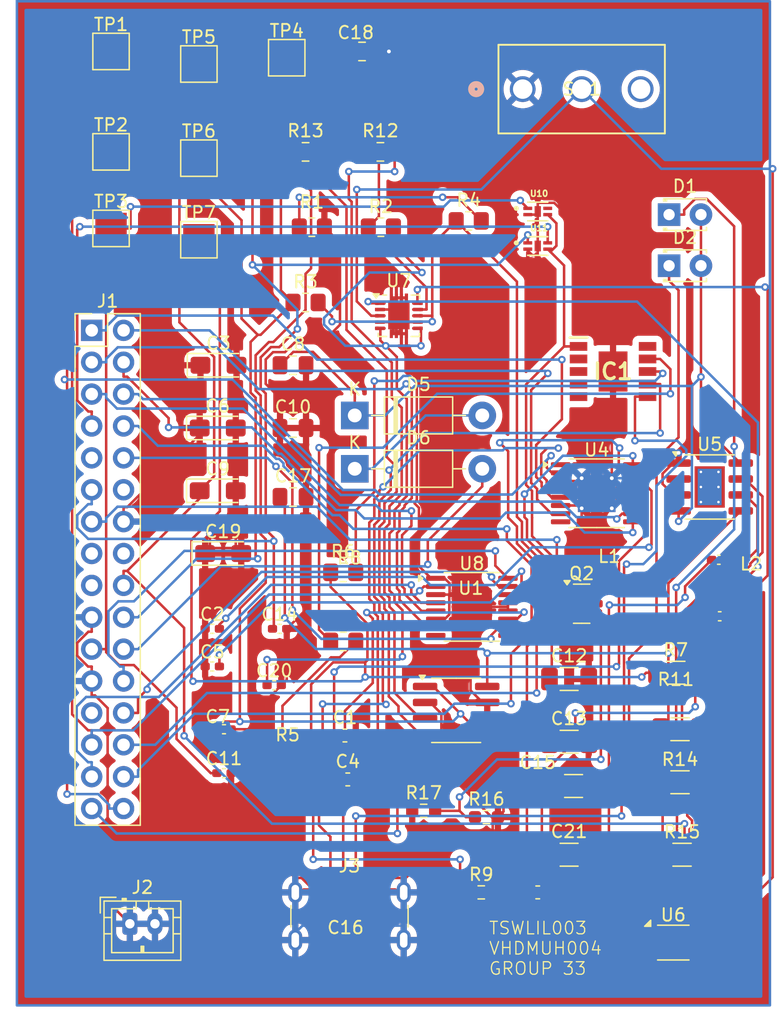
<source format=kicad_pcb>
(kicad_pcb (version 20241229) (generator "pcbnew") (generator_version "9.0")
  (layers (0 "F.Cu" signal) (2 "B.Cu" signal) (13 "F.Paste" user) (15 "B.Paste" user) (5 "F.SilkS" user "F.Silkscreen") (7 "B.SilkS" user "B.Silkscreen") (1 "F.Mask" user) (3 "B.Mask" user) (25 "Edge.Cuts" user))
  (net 0 "")
  (net 1 "Net-(U4-VCP)")
  (net 2 "GND")
  (net 3 "Net-(U4-VINT)")
  (net 4 "Net-(U8-VCP)")
  (net 5 "Net-(U8-VINT)")
  (net 6 "/3V3")
  (net 7 "Net-(D1-A)")
  (net 8 "/3V3 Out")
  (net 9 "/EXT_LOAD1_OUT")
  (net 10 "/5V")
  (net 11 "/EXT_LOAD2_OUT")
  (net 12 "Net-(U7-FB)")
  (net 13 "/BAT+")
  (net 14 "/5V Out")
  (net 15 "Net-(U7-PG)")
  (net 16 "Net-(C21-Pad1)")
  (net 17 "Net-(D1-K)")
  (net 18 "Net-(D2-K)")
  (net 19 "Net-(D5-A)")
  (net 20 "/HV")
  (net 21 "Net-(IC1-VBUS)")
  (net 22 "Net-(IC1-CFG1)")
  (net 26 "Net-(IC1-CC2)")
  (net 28 "Net-(IC1-CC1)")
  (net 30 "/Motor2_A_OUT")
  (net 31 "/Motor2_B_OUT")
  (net 32 "/MOTOR1_CTRL1")
  (net 33 "/MOTOR1_B_OUT")
  (net 34 "/CTRL_EXT_LOAD2")
  (net 35 "/MOTOR3_CTRL1")
  (net 36 "/MOTOR1_A_OUT")
  (net 37 "/MOTOR1_CTRL2")
  (net 38 "/Motor4_A_OUT")
  (net 39 "/CTRL_EXT_LOAD1 ")
  (net 40 "/MOTOR4_CTRL2")
  (net 41 "/MOTOR2_CTRL1")
  (net 42 "/MOTOR2_CTRL2")
  (net 44 "/USART2_TX ")
  (net 45 "/Motor4_B_OUT")
  (net 46 "/I2C1_SDA ")
  (net 47 "/FAST_CHARGE_CTRL")
  (net 48 "/Motor3_B_OUT")
  (net 49 "/MOTOR4_CTRL1")
  (net 50 "/MOTOR3_CTRL2")
  (net 51 "/Motor3_A_OUT")
  (net 52 "/USART2_RX ")
  (net 53 "/I2C1_SCL ")
  (net 54 "/VBus")
  (net 55 "Net-(U6-L2)")
  (net 56 "Net-(U6-L1)")
  (net 57 "Net-(U7-L2)")
  (net 58 "Net-(U7-L1)")
  (net 59 "Net-(Q2-C)")
  (net 60 "Net-(R1-Pad1)")
  (net 61 "Net-(R5-Pad1)")
  (net 62 "Net-(R5-Pad2)")
  (net 63 "/I2C1_SDA")
  (net 64 "/I2C1_SCL")
  (net 65 "Net-(U5-~{STDBY})")
  (net 66 "Net-(U5-~{CHRG})")
  (net 68 "/SW_OUT")
  (net 79 "/CTRL_EXT_LOAD1")
  (footprint "LibraryEEE3088F:SON50P120X160X60-5N" (layer "F.Cu") (at 141.5 57.25)
    (property "Reference" "U10")
    (property "Value" "SIP32431DNP3-T1GE4")
  )
  (footprint "Package_SO:SOIC-8-1EP_3.9x4.9mm_P1.27mm_EP2.41x3.3mm_ThermalVias" (layer "F.Cu") (at 155.2 79.2)
    (property "Reference" "U5")
    (property "Value" "TP4056-42-ESOP8")
  )
  (footprint "Capacitor_SMD:C_0603_1608Metric_Pad1.08x0.95mm_HandSolder" (layer "F.Cu") (at 126.1375 99)
    (property "Reference" "C1")
    (property "Value" "10pF")
  )
  (footprint "Resistor_SMD:R_0201_0603Metric_Pad0.64x0.40mm_HandSolder" (layer "F.Cu") (at 121.5675 100)
    (property "Reference" "R5")
    (property "Value" "5.1k")
  )
  (footprint "Resistor_SMD:R_1206_3216Metric_Pad1.30x1.75mm_HandSolder" (layer "F.Cu") (at 152.835 102.725)
    (property "Reference" "R14")
    (property "Value" "1000")
  )
  (footprint "Package_TO_SOT_SMD:SOT-23" (layer "F.Cu") (at 145 88.5)
    (property "Reference" "Q2")
    (property "Value" "2N3904")
  )
  (footprint "TestPoint:TestPoint_Pad_2.5x2.5mm" (layer "F.Cu") (at 114.5 59.5)
    (property "Reference" "TP7")
    (property "Value" "9V")
  )
  (footprint "TestPoint:TestPoint_Pad_2.5x2.5mm" (layer "F.Cu") (at 107.5 44.5)
    (property "Reference" "TP1")
    (property "Value" "TestPoint")
  )
  (footprint "Resistor_SMD:R_1206_3216Metric_Pad1.30x1.75mm_HandSolder" (layer "F.Cu") (at 152.5 94)
    (property "Reference" "R7")
    (property "Value" "1k")
  )
  (footprint "Diode_THT:D_DO-41_SOD81_P10.16mm_Horizontal" (layer "F.Cu") (at 126.92 73.5)
    (property "Reference" "D5")
    (property "Value" "1N4001")
  )
  (footprint "Capacitor_SMD:C_1206_3216Metric_Pad1.33x1.80mm_HandSolder" (layer "F.Cu") (at 144 108.5)
    (property "Reference" "C21")
    (property "Value" "1uF")
  )
  (footprint "Resistor_SMD:R_0805_2012Metric_Pad1.20x1.40mm_HandSolder" (layer "F.Cu") (at 136 58)
    (property "Reference" "R4")
    (property "Value" "100k")
  )
  (footprint "Capacitor_SMD:C_0603_1608Metric_Pad1.08x0.95mm_HandSolder" (layer "F.Cu") (at 141.5 111.5)
    (property "Reference" "C16")
    (property "Value" "10pF")
  )
  (footprint "Inductor_SMD:L_0402_1005Metric_Pad0.77x0.64mm_HandSolder" (layer "F.Cu") (at 155.9275 85)
    (property "Reference" "L1")
    (property "Value" "1.5uH")
  )
  (footprint "Package_SO:TSSOP-16-1EP_4.4x5mm_P0.65mm_EP3x3mm" (layer "F.Cu") (at 136.25 88.75)
    (property "Reference" "U8")
    (property "Value" "DRV8833PWP")
  )
  (footprint "Capacitor_SMD:C_0805_2012Metric_Pad1.18x1.45mm_HandSolder" (layer "F.Cu") (at 123 52.5)
    (property "Reference" "R13")
    (property "Value" "4700")
  )
  (footprint "Connector_USB:USB_C_Receptacle_GCT_USB4125-xx-x-0190_6P_TopMnt_Horizontal" (layer "F.Cu") (at 126.5 114.5)
    (property "Reference" "J3")
    (property "Value" "USB_C_Receptacle_PowerOnly_6P")
  )
  (footprint "TestPoint:TestPoint_Pad_2.5x2.5mm" (layer "F.Cu") (at 114.5 53)
    (property "Reference" "TP6")
    (property "Value" "5V")
  )
  (footprint "Capacitor_Tantalum_SMD:CP_EIA-3216-10_Kemet-I_Pad1.58x1.35mm_HandSolder" (layer "F.Cu") (at 116.4375 84.5)
    (property "Reference" "C19")
    (property "Value" "10uF")
  )
  (footprint "Capacitor_SMD:C_0402_1005Metric_Pad0.74x0.62mm_HandSolder" (layer "F.Cu") (at 116.5 98.5)
    (property "Reference" "C7")
    (property "Value" "100nF")
  )
  (footprint "Resistor_SMD:R_0603_1608Metric_Pad0.98x0.95mm_HandSolder" (layer "F.Cu") (at 137.4125 105.5)
    (property "Reference" "R16")
    (property "Value" "5100")
  )
  (footprint "LibraryEEE3088F:SOP100P600X180-11N" (layer "F.Cu") (at 147.5 70)
    (property "Reference" "IC1")
    (property "Value" "CH224K" (hide yes))
  )
  (footprint "Capacitor_SMD:C_1206_3216Metric_Pad1.33x1.80mm_HandSolder" (layer "F.Cu") (at 144 94.5)
    (property "Reference" "C12")
    (property "Value" "1uF")
  )
  (footprint "Capacitor_SMD:C_1206_3216Metric_Pad1.33x1.80mm_HandSolder" (layer "F.Cu") (at 144 99.5)
    (property "Reference" "C13")
    (property "Value" "1uF")
  )
  (footprint "Capacitor_SMD:C_0402_1005Metric_Pad0.74x0.62mm_HandSolder" (layer "F.Cu") (at 116.5 102)
    (property "Reference" "C11")
    (property "Value" "100nF")
  )
  (footprint "Package_SO:SOIC-8_3.9x4.9mm_P1.27mm" (layer "F.Cu") (at 135 97)
    (property "Reference" "U1")
    (property "Value" "INA219AxD")
  )
  (footprint "Package_SO:TSSOP-16-1EP_4.4x5mm_P0.65mm_EP3x3mm_ThermalVias" (layer "F.Cu") (at 146.2 79.7)
    (property "Reference" "U4")
    (property "Value" "DRV8833PWP")
  )
  (footprint "Capacitor_SMD:C_0402_1005Metric_Pad0.74x0.62mm_HandSolder" (layer "F.Cu") (at 120.5 95)
    (property "Reference" "C20")
    (property "Value" "100n")
  )
  (footprint "Resistor_SMD:R_0805_2012Metric_Pad1.20x1.40mm_HandSolder" (layer "F.Cu") (at 129 58.5)
    (property "Reference" "R2")
    (property "Value" "1M")
  )
  (footprint "Resistor_SMD:R_0805_2012Metric_Pad1.20x1.40mm_HandSolder" (layer "F.Cu") (at 123.5 58.5)
    (property "Reference" "R1")
    (property "Value" "10k")
  )
  (footprint "Resistor_SMD:R_0805_2012Metric_Pad1.20x1.40mm_HandSolder" (layer "F.Cu") (at 126 91.5)
    (property "Reference" "R8")
    (property "Value" "1.5k")
  )
  (footprint "Capacitor_SMD:C_0805_2012Metric_Pad1.18x1.45mm_HandSolder" (layer "F.Cu") (at 122 69.5)
    (property "Reference" "C8")
    (property "Value" "10nF")
  )
  (footprint "Capacitor_SMD:C_0805_2012Metric_Pad1.18x1.45mm_HandSolder" (layer "F.Cu") (at 128.9625 52.5)
    (property "Reference" "R12")
    (property "Value" "4700")
  )
  (footprint "Capacitor_Tantalum_SMD:CP_EIA-3216-18_Kemet-A_Pad1.58x1.35mm_HandSolder" (layer "F.Cu") (at 116 74.5)
    (property "Reference" "C6")
    (property "Value" "10uF")
  )
  (footprint "TestPoint:TestPoint_Pad_2.5x2.5mm" (layer "F.Cu") (at 107.5 58.6)
    (property "Reference" "TP3")
    (property "Value" "4.5V")
  )
  (footprint "Resistor_SMD:R_0603_1608Metric_Pad0.98x0.95mm_HandSolder" (layer "F.Cu") (at 132.4125 105)
    (property "Reference" "R17")
    (property "Value" "3300")
  )
  (footprint "TestPoint:TestPoint_Pad_2.5x2.5mm" (layer "F.Cu") (at 121.5 45)
    (property "Reference" "TP4")
    (property "Value" "4.5V")
  )
  (footprint "Capacitor_SMD:C_0805_2012Metric_Pad1.18x1.45mm_HandSolder" (layer "F.Cu") (at 122 74.5)
    (property "Reference" "C10")
    (property "Value" "4.7uF")
  )
  (footprint "Resistor_SMD:R_0603_1608Metric_Pad0.98x0.95mm_HandSolder" (layer "F.Cu") (at 137 111.5)
    (property "Reference" "R9")
    (property "Value" "200")
  )
  (footprint "Capacitor_Tantalum_SMD:CP_EIA-3216-18_Kemet-A_Pad1.58x1.35mm_HandSolder" (layer "F.Cu") (at 116.0625 69.5)
    (property "Reference" "C3")
    (property "Value" "10uF")
  )
  (footprint "Capacitor_Tantalum_SMD:CP_EIA-3216-18_Kemet-A_Pad1.58x1.35mm_HandSolder" (layer "F.Cu") (at 116 79.5)
    (property "Reference" "C9")
    (property "Value" "10uF")
  )
  (footprint "TestPoint:TestPoint_Pad_2.5x2.5mm" (layer "F.Cu") (at 114.5 45.5)
    (property "Reference" "TP5")
    (property "Value" "3V3")
  )
  (footprint "Resistor_SMD:R_0805_2012Metric_Pad1.20x1.40mm_HandSolder" (layer "F.Cu") (at 126 86)
    (property "Reference" "R6")
    (property "Value" "10k")
  )
  (footprint "Capacitor_SMD:C_0805_2012Metric_Pad1.18x1.45mm_HandSolder" (layer "F.Cu") (at 122 80)
    (property "Reference" "C17")
    (property "Value" "10nF")
  )
  (footprint "LED_THT:LED_D1.8mm_W3.3mm_H2.4mm" (layer "F.Cu") (at 151.965 61.57)
    (property "Reference" "D2")
    (property "Value" "R-LED")
  )
  (footprint "Resistor_SMD:R_0805_2012Metric_Pad1.20x1.40mm_HandSolder" (layer "F.Cu") (at 123 64.5)
    (property "Reference" "R3")
    (property "Value" "1M")
  )
  (footprint "Capacitor_SMD:C_0402_1005Metric_Pad0.74x0.62mm_HandSolder" (layer "F.Cu") (at 115.5675 93.5)
    (property "Reference" "C5")
    (property "Value" "2.2uF")
  )
  (footprint "Capacitor_SMD:C_0805_2012Metric_Pad1.18x1.45mm_HandSolder" (layer "F.Cu") (at 127.5 44.5)
    (property "Reference" "C18")
    (property "Value" "47uF")
  )
  (footprint "Package_SON:Texas_S-PWSON-N10" (layer "F.Cu") (at 130.435 65.56)
    (property "Reference" "U7")
    (property "Value" "TPS63060")
  )
  (footprint "Resistor_SMD:R_1206_3216Metric_Pad1.30x1.75mm_HandSolder" (layer "F.Cu") (at 152.835 98.5)
    (property "Reference" "R11")
    (property "Value" "0.16")
  )
  (footprint "LED_THT:LED_D1.8mm_W3.3mm_H2.4mm" (layer "F.Cu") (at 151.965 57.5)
    (property "Reference" "D1")
    (property "Value" "G-LED")
  )
  (footprint "LibraryEEE3088F:SS-12D10G5_XKB" (layer "F.Cu") (at 140.301 47.5)
    (property "Reference" "SW1")
    (property "Value" "SS-12D10G5")
  )
  (footprint "TestPoint:TestPoint_Pad_2.5x2.5mm" (layer "F.Cu") (at 107.5 52.5)
    (property "Reference" "TP2")
    (property "Value" "TestPoint")
  )
  (footprint "Resistor_SMD:R_1206_3216Metric_Pad1.30x1.75mm_HandSolder" (layer "F.Cu") (at 153 108.5)
    (property "Reference" "R15")
    (property "Value" "1000")
  )
  (footprint "Connector_PinHeader_2.54mm:PinHeader_2x16_P2.54mm_Vertical" (layer "F.Cu") (at 105.96 66.72)
    (property "Reference" "J1")
    (property "Value" "Conn_02x16_Odd_Even")
  )
  (footprint "Capacitor_SMD:C_0402_1005Metric_Pad0.74x0.62mm_HandSolder" (layer "F.Cu") (at 120.9325 90.5)
    (property "Reference" "C14")
    (property "Value" "100nF")
  )
  (footprint "Capacitor_SMD:C_0603_1608Metric_Pad1.08x0.95mm_HandSolder" (layer "F.Cu") (at 126.3625 102.5)
    (property "Reference" "C4")
    (property "Value" "10pF")
  )
  (footprint "Connector_JST:JST_PH_B2B-PH-K_1x02_P2.00mm_Vertical" (layer "F.Cu") (at 109 114)
    (property "Reference" "J2")
    (property "Value" "Conn_02x01")
  )
  (footprint "Inductor_SMD:L_0402_1005Metric_Pad0.77x0.64mm_HandSolder" (layer "F.Cu") (at 156 89.5)
    (property "Reference" "L2")
    (property "Value" "1.5uH")
  )
  (footprint "Diode_THT:D_DO-41_SOD81_P10.16mm_Horizontal" (layer "F.Cu") (at 126.92 77.75)
    (property "Reference" "D6")
    (property "Value" "1N4001")
  )
  (footprint "Package_SON:WSON-10-1EP_2.5x2.5mm_P0.5mm_EP1.2x2mm" (layer "F.Cu") (at 152.3 115.5)
    (property "Reference" "U6")
    (property "Value" "TPS63031DSK")
  )
  (footprint "Capacitor_SMD:C_1206_3216Metric_Pad1.33x1.80mm_HandSolder" (layer "F.Cu") (at 144.355 103.025)
    (property "Reference" "C15")
    (property "Value" "22uF")
  )
  (footprint "LibraryEEE3088F:SON50P120X160X60-5N" (layer "F.Cu") (at 141.5 60)
    (property "Reference" "U11")
    (property "Value" "SIP32431DNP3-T1GE4")
  )
  (footprint "Capacitor_SMD:C_0402_1005Metric_Pad0.74x0.62mm_HandSolder" (layer "F.Cu") (at 115.5675 90.5)
    (property "Reference" "C2")
    (property "Value" "2.2uF")
  )
  (gr_rect (start 100 40.5) (end 160 120.5) (stroke (width 0.2)) (fill no) (layer "B.Cu"))
  (gr_text "TSWLIL003\nVHDMUH004\nGROUP 33" (at 137.55 118.15 0) (layer "F.SilkS") (effects (font (size 1 1) (thickness 0.1)) (justify left bottom)))
  (segment (start 147.9736 85.0993) (end 147.9736 93.3125) (width 0.2) (layer "F.Cu") (net 1))
  (segment (start 125.275 99) (end 125.275 93.9425) (width 0.2) (layer "F.Cu") (net 1))
  (segment (start 150.1572 82.9157) (end 147.9736 85.0993) (width 0.2) (layer "F.Cu") (net 1))
  (segment (start 150.1572 81.0635) (end 150.1572 82.9157) (width 0.2) (layer "F.Cu") (net 1))
  (segment (start 149.7687 80.675) (end 150.1572 81.0635) (width 0.2) (layer "F.Cu") (net 1))
  (segment (start 149.075 80.675) (end 149.7687 80.675) (width 0.2) (layer "F.Cu") (net 1))
  (segment (start 147.9736 93.3125) (end 147.7735 93.5126) (width 0.2) (layer "F.Cu") (net 1))
  (via (at 125.275 93.9425) (size 0.6) (drill 0.3) (layers "F.Cu" "B.Cu") (net 1))
  (via (at 147.7735 93.5126) (size 0.6) (drill 0.3) (layers "F.Cu" "B.Cu") (net 1))
  (segment (start 125.7049 93.5126) (end 147.7735 93.5126) (width 0.2) (layer "B.Cu") (net 1))
  (segment (start 125.275 93.9425) (end 125.7049 93.5126) (width 0.2) (layer "B.Cu") (net 1))
  (segment (start 109 114) (end 107.23 112.23) (width 0.2) (layer "F.Cu") (net 2))
  (segment (start 107.23 112.23) (end 107.23 96.8132) (width 0.2) (layer "F.Cu") (net 2))
  (segment (start 134.4521 89.364) (end 134.4521 87.8116) (width 0.2) (layer "F.Cu") (net 2))
  (segment (start 145 80.675) (end 143.325 80.675) (width 0.2) (layer "F.Cu") (net 2))
  (segment (start 141.5 60) (end 141.5 57.5) (width 0.2) (layer "F.Cu") (net 2))
  (segment (start 145.5625 103.025) (end 145.5625 108.5) (width 0.2) (layer "F.Cu") (net 2))
  (segment (start 121.5 90.5) (end 121.5 94.5675) (width 0.2) (layer "F.Cu") (net 2))
  (segment (start 130.635 66.6591) (end 130.598 66.622) (width 0.2) (layer "F.Cu") (net 2))
  (segment (start 147.4 80.9) (end 147.4 79.7) (width 0.2) (layer "F.Cu") (net 2))
  (segment (start 139.125 88.75) (end 139.125 89.075) (width 0.2) (layer "F.Cu") (net 2))
  (segment (start 133.8221 102.6779) (end 131.5 105) (width 0.2) (layer "F.Cu") (net 2))
  (segment (start 131.6894 80.4299) (end 131.8648 80.2545) (width 0.2) (layer "F.Cu") (net 2))
  (segment (start 151.0875 116.5) (end 151.3892 116.8017) (width 0.2) (layer "F.Cu") (net 2))
  (segment (start 141.5 60) (end 141.5 60.7317) (width 0.2) (layer "F.Cu") (net 2))
  (segment (start 142.8119 56.5579) (end 147.5 61.246) (width 0.2) (layer "F.Cu") (net 2))
  (segment (start 146.2 79.7) (end 147.4 79.7) (width 0.2) (layer "F.Cu") (net 2))
  (segment (start 125.7428 59.7428) (end 124.5 58.5) (width 0.2) (layer "F.Cu") (net 2))
  (segment (start 139.125 88.75) (end 136.25 88.75) (width 0.2) (layer "F.Cu") (net 2))
  (segment (start 130 66.8717) (end 129.9483 66.8717) (width 0.2) (layer "F.Cu") (net 2))
  (segment (start 119.0899 96.9776) (end 121.0675 95) (width 0.2) (layer "F.Cu") (net 2))
  (segment (start 137.8739 97.635) (end 138.7713 98.5324) (width 0.2) (layer "F.Cu") (net 2))
  (segment (start 130.82 111.5) (end 130.82 110.5338) (width 0.2) (layer "F.Cu") (net 2))
  (segment (start 130.235 65.36) (end 130.235 64.7867) (width 0.2) (layer "F.Cu") (net 2))
  (segment (start 145.5625 89.5146) (end 145.5625 94.5) (width 0.2) (layer "F.Cu") (net 2))
  (segment (start 137.9125 105.5821) (end 138.2429 105.5821) (width 0.2) (layer "F.Cu") (net 2))
  (segment (start 121.3633 68.456) (end 122.1149 67.7044) (width 0.2) (layer "F.Cu") (net 2))
  (segment (start 117.0675 99.1149) (end 115.5309 99.1149) (width 0.2) (layer "F.Cu") (net 2))
  (segment (start 130.598 66.622) (end 130.435 66.4591) (width 0.2) (layer "F.Cu") (net 2))
  (segment (start 122.18 110.9241) (end 122.18 110.3483) (width 0.2) (layer "F.Cu") (net 2))
  (segment (start 108.7879 80.8083) (end 114.5625 75.0337) (width 0.2) (layer "F.Cu") (net 2))
  (segment (start 117.5 69.5) (end 117.4375 69.5625) (width 0.2) (layer "F.Cu") (net 2))
  (segment (start 130.2133 64.7867) (end 130 65) (width 0.2) (layer "F.Cu") (net 2))
  (segment (start 136.25 89.146) (end 136.25 90.5517) (width 0.2) (layer "F.Cu") (net 2))
  (segment (start 147.4 79.375) (end 149.075 79.375) (width 0.2) (layer "F.Cu") (net 2))
  (segment (start 131.6894 80.5099) (end 131.6894 80.4299) (width 0.2) (layer "F.Cu") (net 2))
  (segment (start 152.3 115.5) (end 151.0875 115.5) (width 0.2) (layer "F.Cu") (net 2))
  (segment (start 140.301 47.5) (end 141.5 48.699) (width 0.2) (layer "F.Cu") (net 2))
  (segment (start 136.25 89.146) (end 134.8206 87.7166) (width 0.2) (layer "F.Cu") (net 2))
  (segment (start 131.035 70.099) (end 131.035 67.6367) (width 0.2) (layer "F.Cu") (net 2))
  (segment (start 123.0375 88.9625) (end 121.5 90.5) (width 0.2) (layer "F.Cu") (net 2))
  (segment (start 123.0375 80) (end 123.0375 88.9625) (width 0.2) (layer "F.Cu") (net 2))
  (segment (start 132.0353 85.5131) (end 132.0353 80.8558) (width 0.2) (layer "F.Cu") (net 2))
  (segment (start 134.4155 87.775) (end 134.4739 87.7166) (width 0.2) (layer "F.Cu") (net 2))
  (segment (start 130.87 66.1683) (end 130.87 66.12) (width 0.2) (layer "F.Cu") (net 2))
  (segment (start 131.035 64.7867) (end 130.87 64.7867) (width 0.2) (layer "F.Cu") (net 2))
  (segment (start 136.1459 90.6558) (end 136.1459 95.4088) (width 0.2) (layer "F.Cu") (net 2))
  (segment (start 122.18 110.3483) (end 122.6783 110.3483) (width 0.2) (layer "F.Cu") (net 2))
  (segment (start 115.3767 84.1233) (end 115 84.5) (width 0.2) (layer "F.Cu") (net 2))
  (segment (start 145.9175 103.025) (end 145.5625 103.025) (width 0.2) (layer "F.Cu") (net 2))
  (segment (start 130.235 66.3333) (end 130.2133 66.3333) (width 0.2) (layer "F.Cu") (net 2))
  (segment (start 153.4109 99.4741) (end 154.385 98.5) (width 0.2) (layer "F.Cu") (net 2))
  (segment (start 134.8206 87.7166) (end 134.4739 87.7166) (width 0.2) (layer "F.Cu") (net 2))
  (segment (start 134.0761 86.475) (end 133.375 86.475) (width 0.2) (layer "F.Cu") (net 2))
  (segment (start 130.8 66.1683) (end 130.635 66.3333) (width 0.2) (layer "F.Cu") (net 2))
  (segment (start 130.635 66.985) (end 130.635 66.6591) (width 0.2) (layer "F.Cu") (net 2))
  (segment (start 129.6867 64.935) (end 129.835 64.7867) (width 0.2) (layer "F.Cu") (net 2))
  (segment (start 132.195 66.06) (end 131.91 66.06) (width 0.2) (layer "F.Cu") (net 2))
  (segment (start 120.9625 74.5) (end 123.0375 74.5) (width 0.2) (layer "F.Cu") (net 2))
  (segment (start 154.2362 110.5513) (end 153.597 109.9121) (width 0.2) (layer "F.Cu") (net 2))
  (segment (start 124.3127 67.7044) (end 125.7428 66.2743) (width 0.2) (layer "F.Cu") (net 2))
  (segment (start 130.635 64.7867) (end 130.87 64.7867) (width 0.2) (layer "F.Cu") (net 2))
  (segment (start 129.9483 64.2483) (end 129.835 64.135) (width 0.2) (layer "F.Cu") (net 2))
  (segment (start 115 84.5) (end 115 90.5) (width 0.2) (layer "F.Cu") (net 2))
  (segment (start 127 99) (end 127.225 99.225) (width 0.2) (layer "F.Cu") (net 2))
  (segment (start 105.96 94.66) (end 105.96 93.5083) (width 0.2) (layer "F.Cu") (net 2))
  (segment (start 131.8648 70.9288) (end 131.035 70.099) (width 0.2) (layer "F.Cu") (net 2))
  (segment (start 154.2362 115.2852) (end 154.2362 110.5513) (width 0.2) (layer "F.Cu") (net 2))
  (segment (start 128.96 66.06) (end 129.94 66.06) (width 0.2) (layer "F.Cu") (net 2))
  (segment (start 147.5 71.9017) (end 147.4 72.0017) (width 0.2) (layer "F.Cu") (net 2))
  (segment (start 132.9237 96.365) (end 133.8221 97.2634) (width 0.2) (layer "F.Cu") (net 2))
  (segment (start 130.435 65.56) (end 130.235 65.36) (width 0.2) (layer "F.Cu") (net 2))
  (segment (start 108.5 80.8083) (end 108.7879 80.8083) (width 0.2) (layer "F.Cu") (net 2))
  (segment (start 138.7713 105.0537) (end 138.325 105.5) (width 0.2) (layer "F.Cu") (net 2))
  (segment (start 136.25 88.75) (end 136.25 89.146) (width 0.2) (layer "F.Cu") (net 2))
  (segment (start 130.87 66.12) (end 130.87 65) (width 0.2) (layer "F.Cu") (net 2))
  (segment (start 130.82 110.5191) (end 131.5 109.8391) (width 0.2) (layer "F.Cu") (net 2))
  (segment (start 130.82 110.5338) (end 130.82 110.5191) (width 0.2) (layer "F.Cu") (net 2))
  (segment (start 117.0675 102) (end 117.0675 99.1149) (width 0.2) (layer "F.Cu") (net 2))
  (segment (start 131.5 109.8391) (end 131.5 105) (width 0.2) (layer "F.Cu") (net 2))
  (segment (start 133.375 87.775) (end 134.4155 87.775) (width 0.2) (layer "F.Cu") (net 2))
  (segment (start 123.0375 74.5) (end 123.0375 80) (width 0.2) (layer "F.Cu") (net 2))
  (segment (start 129.835 64.135) (end 129.835 64.7867) (width 0.2) (layer "F.Cu") (net 2))
  (segment (start 131.1833 66.06) (end 131.1833 66.185) (width 0.2) (layer "F.Cu") (net 2))
  (segment (start 153.5125 115.5) (end 152.3 115.5) (width 0.2) (layer "F.Cu") (net 2))
  (segment (start 153.597 106.4756) (end 153.797 106.2756) (width 0.2) (layer "F.Cu") (net 2))
  (segment (start 152.725 77.295) (end 152.2901 77.295) (width 0.2) (layer "F.Cu") (net 2))
  (segment (start 152.725 77.295) (end 152.725 76.4846) (width 0.2) (layer "F.Cu") (net 2))
  (segment (start 130 64.2483) (end 129.9483 64.2483) (width 0.2) (layer "F.Cu") (net 2))
  (segment (start 122.18 110.3483) (end 119.0899 107.2582) (width 0.2) (layer "F.Cu") (net 2))
  (segment (start 145.5625 108.5) (end 145.5625 111.5215) (width 0.2) (layer "F.Cu") (net 2))
  (segment (start 130.598 66.622) (end 130.235 66.985) (width 0.2) (layer "F.Cu") (net 2))
  (segment (start 145 78.5) (end 145 78.3808) (width 0.2) (layer "F.Cu") (net 2))
  (segment (start 138.2429 105.5821) (end 138.325 105.5) (width 0.2) (layer "F.Cu") (net 2))
  (segment (start 142.5625 111.5) (end 142.3625 111.5) (width 0.2) (layer "F.Cu") (net 2))
  (segment (start 119.0899 98.5) (end 119.0899 96.9776) (width 0.2) (layer "F.Cu") (net 2))
  (segment (start 108.5 81.96) (end 108.5 80.8083) (width 0.2) (layer "F.Cu") (net 2))
  (segment (start 141.5 57.5) (end 140.705 57.5) (width 0.2) (layer "F.Cu") (net 2))
  (segment (start 132.0353 80.8558) (end 131.6894 80.5099) (width 0.2) (layer "F.Cu") (net 2))
  (segment (start 144.0625 87.55) (end 145 86.6125) (width 0.2) (layer "F.Cu") (net 2))
  (segment (start 120.4093 68.456) (end 121.3633 68.456) (width 0.2) (layer "F.Cu") (net 2))
  (segment (start 122.18 111.5) (end 122.18 110.9241) (width 0.2) (layer "F.Cu") (net 2))
  (segment (start 147.5 70) (end 147.5 71.9017) (width 0.2) (layer "F.Cu") (net 2))
  (segment (start 122.6783 110.3483) (end 123.75 111.42) (width 0.2) (layer "F.Cu") (net 2))
  (segment (start 120.9625 72.121) (end 119.8252 70.9837) (width 0.2) (layer "F.Cu") (net 2))
  (segment (start 140.705 60.3705) (end 140.705 60.25) (width 0.2) (layer "F.Cu") (net 2))
  (segment (start 129.94 66.06) (end 130 66.12) (width 0.2) (layer "F.Cu") (net 2))
  (segment (start 147.4 79.7) (end 147.4 79.375) (width 0.2) (layer "F.Cu") (net 2))
  (segment (start 130.82 110.5191) (end 130.82 110.3483) (width 0.2) (layer "F.Cu") (net 2))
  (segment (start 131.035 66.8925) (end 131.035 66.3333) (width 0.2) (layer "F.Cu") (net 2))
  (segment (start 141.5 48.699) (end 141.5 56.5579) (width 0.2) (layer "F.Cu") (net 2))
  (segment (start 153.5125 115.5) (end 153.5125 116) (width 0.2) (layer "F.Cu") (net 2))
  (segment (start 129.9483 66.8717) (end 129.835 66.985) (width 0.2) (layer "F.Cu") (net 2))
  (segment (start 130 66.12) (end 130 66.8717) (width 0.2) (layer "F.Cu") (net 2))
  (segment (start 149.075 79.375) (end 149.075 80.025) (width 0.2) (layer "F.Cu") (net 2))
  (segment (start 119.8252 70.9837) (end 119.8252 69.0401) (width 0.2) (layer "F.Cu") (net 2))
  (segment (start 145 80.9) (end 145 80.675) (width 0.2) (layer "F.Cu") (net 2))
  (segment (start 130.87 64.7867) (end 130.87 65) (width 0.2) (layer "F.Cu") (net 2))
  (segment (start 121.5 94.5675) (end 121.0675 95) (width 0.2) (layer "F.Cu") (net 2))
  (segment (start 134.0911 89.725) (end 134.4521 89.364) (width 0.2) (layer "F.Cu") (net 2))
  (segment (start 153.797 106.2756) (end 153.797 105.7772) (width 0.2) (layer "F.Cu") (net 2))
  (segment (start 139.125 88.425) (end 139.125 88.75) (width 0.2) (layer "F.Cu") (net 2))
  (segment (start 129.2822 104.5572) (end 129.2822 110.3483) (width 0.2) (layer "F.Cu") (net 2))
  (segment (start 130.635 64.135) (end 130.635 64.7867) (width 0.2) (layer "F.Cu") (net 2))
  (segment (start 127.225 99.225) (end 127.225 102.5) (width 0.2) (layer "F.Cu") (net 2))
  (segment (start 147.4 72.0017) (end 147.4 78.5) (width 0.2) (layer "F.Cu") (net 2))
  (segment (start 115 93.5) (end 115 90.5) (width 0.2) (layer "F.Cu") (net 2))
  (segment (start 131.8648 80.2545) (end 131.8648 70.9288) (width 0.2) (layer "F.Cu") (net 2))
  (segment (start 128.96 66.06) (end 128.675 66.06) (width 0.2) (layer "F.Cu") (net 2))
  (segment (start 141.5771 112.2854) (end 138.6979 112.2854) (width 0.2) (layer "F.Cu") (net 2))
  (segment (start 105.6721 93.5083) (end 104.8019 92.6381) (width 0.2) (layer "F.Cu") (net 2))
  (segment (start 117.0675 99.1149) (end 117.0675 98.5) (width 0.2) (layer "F.Cu") (net 2))
  (segment (start 114.5625 75.0337) (end 114.5625 74.5) (width 0.2) (layer "F.Cu") (net 2))
  (segment (start 141.5 56.5579) (end 141.5 57.25) (width 0.2) (layer "F.Cu") (net 2))
  (segment (start 153.597 109.9121) (end 153.597 106.4756) (width 0.2) (layer "F.Cu") (net 2))
  (segment (start 106.2285 95.8117) (end 105.96 95.8117) (width 0.2) (layer "F.Cu") (net 2))
  (segment (start 131.035 66.8925) (end 131.035 66.985) (width 0.2) (layer "F.Cu") (net 2))
  (segment (start 130.82 115.3) (end 130.82 111.5) (width 0.2) (layer "F.Cu") (net 2))
  (segment (start 154.0214 115.5) (end 154.2362 115.2852) (width 0.2) (layer "F.Cu") (net 2))
  (segment (start 130 65) (end 130 64.2483) (width 0.2) (layer "F.Cu") (net 2))
  (segment (start 105.96 89.58) (end 105.96 90.7317) (width 0.2) (layer "F.Cu") (net 2))
  (segment (start 115.3767 84.0625) (end 115.3767 84.1233) (width 0.2) (layer "F.Cu") (net 2))
  (segment (start 152.3224 79.835) (end 152.725 79.835) (width 0.2) (layer "F.Cu") (net 2))
  (segment (start 137.475 97.635) (end 137.8739 97.635) (width 0.2) (layer "F.Cu") (net 2))
  (segment (start 141.0662 60.7317) (end 140.705 60.3705) (width 0.2) (layer "F.Cu") (net 2))
  (segment (start 153.5125 115.5) (end 154.0214 115.5) (width 0.2) (layer "F.Cu") (net 2))
  (segment (start 131.91 66.06) (end 131.1833 66.06) (width 0.2) (layer "F.Cu") (net 2))
  (segment (start 129.6867 65.06) (end 129.6867 64.935) (width 0.2) (layer "F.Cu") (net 2))
  (segment (start 151.4477 78.9603) (end 152.3224 79.835) (width 0.2) (layer "F.Cu") (net 2))
  (segment (start 153.5125 115) (end 153.5125 115.5) (width 0.2) (layer "F.Cu") (net 2))
  (segment (start 114.5625 69.5625) (end 114.625 69.5) (width 0.2) (layer "F.Cu") (net 2))
  (segment (start 145 80.675) (end 145 78.725) (width 0.2) (layer "F.Cu") (net 2))
  (segment (start 128.675 65.06) (end 128.96 65.06) (width 0.2) (layer "F.Cu") (net 2))
  (segment (start 115.3767 84.0625) (end 117.4375 84.0625) (width 0.2) (layer "F.Cu") (net 2))
  (segment (start 131.035 64.135) (end 131.035 64.7867) (width 0.2) (layer "F.Cu") (net 2))
  (segment (start 122.18 115.3) (end 122.18 111.5) (width 0.2) (layer "F.Cu") (net 2))
  (segment (start 128.96 65.06) (end 129.6867 65.06) (width 0.2) (layer "F.Cu") (net 2))
  (segment (start 147.5 61.246) (end 147.5 70) (width 0.2) (layer "F.Cu") (net 2))
  (segment (start 134.4739 86.8728) (end 134.0761 86.475) (width 0.2) (layer "F.Cu") (net 2))
  (segment (start 105.96 93.5083) (end 105.6721 93.5083) (width 0.2) (layer "F.Cu") (net 2))
  (segment (start 136.1459 95.4088) (end 137.1021 96.365) (width 0.2) (layer "F.Cu") (net 2))
  (segment (start 130.235 64.135) (end 130.235 64.7867) (width 0.2) (layer "F.Cu") (net 2))
  (segment (start 127.225 102.5) (end 129.2822 104.5572) (width 0.2) (layer "F.Cu") (net 2))
  (segment (start 130.435 66.4591) (end 130.435 65.56) (width 0.2) (layer "F.Cu") (net 2))
  (segment (start 137.475 96.365) (end 137.475 97.635) (width 0.2) (layer "F.Cu") (net 2))
  (segment (start 151.3892 116.8017) (end 152.3 116.8017) (width 0.2) (layer "F.Cu") (net 2))
  (segment (start 133.375 86.475) (end 132.9972 86.475) (width 0.2) (layer "F.Cu") (net 2))
  (segment (start 153.797 105.7772) (end 153.4109 105.3911) (width 0.2) (layer "F.Cu") (net 2))
  (segment (start 104.8019 92.6381) (end 104.8019 91.6213) (width 0.2) (layer "F.Cu") (net 2))
  (segment (start 141.5 60.7317) (end 141.0662 60.7317) (width 0.2) (layer "F.Cu") (net 2))
  (segment (start 130.235 64.7867) (end 130.2133 64.7867) (width 0.2) (layer "F.Cu") (net 2))
  (segment (start 138.6979 112.2854) (end 137.9125 111.5) (width 0.2) (layer "F.Cu") (net 2))
  (segment (start 144.0442 77.425) (end 143.325 77.425) (width 0.2) (layer "F.Cu") (net 2))
  (segment (start 115.3767 84.0625) (end 115.3767 82.9019) (width 0.2) (layer "F.Cu") (net 2))
  (segment (start 151.4477 78.1374) (end 151.4477 78.9603) (width 0.2) (layer "F.Cu") (net 2))
  (segment (start 130.87 66.1683) (end 130.8 66.1683) (width 0.2) (layer "F.Cu") (net 2))
  (segment (start 128.5375 44.5) (end 129.6416 44.5) (width 0.2) (layer "F.Cu") (net 2))
  (segment (start 136.25 90.5517) (end 136.1459 90.6558) (width 0.2) (layer "F.Cu") (net 2))
  (segment (start 134.4521 87.8116) (end 134.4155 87.775) (width 0.2) (layer "F.Cu") (net 2))
  (segment (start 145.5625 99.5) (end 145.5625 94.5) (width 0.2) (layer "F.Cu") (net 2))
  (segment (start 131.035 66.3333) (end 130.87 66.1683) (width 0.2) (layer "F.Cu") (net 2))
  (segment (start 117.875 84.5) (end 117.4375 84.0625) (width 0.2) (layer "F.Cu") (net 2))
  (segment (start 141.5 57.25) (end 141.5 57.5) (width 0.2) (layer "F.Cu") (net 2))
  (segment (start 119.8252 69.0401) (end 120.4093 68.456) (width 0.2) (layer "F.Cu") (net 2))
  (segment (start 144.0625 88.0146) (end 145.5625 89.5146) (width 0.2) (layer "F.Cu") (net 2))
  (segment (start 117.4375 79.5) (end 117.4375 74.5) (width 0.2) (layer "F.Cu") (net 2))
  (segment (start 115.5309 99.1149) (end 115 98.584) (width 0.2) (layer "F.Cu") (net 2))
  (segment (start 117.4375 84.0625) (end 117.4375 79.5) (width 0.2) (layer "F.Cu") (net 2))
  (segment (start 120.9625 74.5) (end 120.9625 72.121) (width 0.2) (layer "F.Cu") (net 2))
  (segment (start 152.3 115.5) (end 152.3 116.8017) (width 0.2) (layer "F.Cu") (net 2))
  (segment (start 117.4375 69.5625) (end 117.4375 74.5) (width 0.2) (layer "F.Cu") (net 2))
  (segment (start 130.235 66.985) (end 130.235 66.3333) (width 0.2) (layer "F.Cu") (net 2))
  (segment (start 122.1149 67.7044) (end 124.3127 67.7044) (width 0.2) (layer "F.Cu") (net 2))
  (segment (start 133.8221 97.2634) (end 133.8221 102.6779) (width 0.2) (layer "F.Cu") (net 2))
  (segment (start 152.2901 77.295) (end 151.4477 78.1374) (width 0.2) (layer "F.Cu") (net 2))
  (segment (start 129.25 111.42) (end 129.2822 111.3878) (width 0.2) (layer "F.Cu") (net 2))
  (segment (start 153.4109 105.3911) (end 153.4109 99.4741) (width 0.2) (layer "F.Cu") (net 2))
  (segment (start 129.2822 110.3483) (end 130.82 110.3483) (width 0.2) (layer "F.Cu") (net 2))
  (segment (start 142.3625 111.5) (end 141.5771 112.2854) (width 0.2) (layer "F.Cu") (net 2))
  (segment (start 129.2822 111.3878) (end 129.2822 110.3483) (width 0.2) (layer "F.Cu") (net 2))
  (segment (start 131.035 66.985) (end 131.035 67.6367) (width 0.2) (layer "F.Cu") (net 2))
  (segment (start 134.4739 87.7166) (end 134.4739 86.8728) (width 0.2) (layer "F.Cu") (net 2))
  (segment (start 107.23 96.8132) (end 106.2285 95.8117) (width 0.2) (layer "F.Cu") (net 2))
  (segment (start 130.2133 66.3333) (end 130 66.12) (width 0.2) (layer "F.Cu") (net 2))
  (segment (start 119.0899 107.2582) (end 119.0899 98.5) (width 0.2) (layer "F.Cu") (net 2))
  (segment (start 105.6915 90.7317) (end 105.96 90.7317) (width 0.2) (layer "F.Cu") (net 2))
  (segment (start 147.4 79.375) (end 147.4 78.5) (width 0.2) (layer "F.Cu") (net 2))
  (segment (start 137.9125 111.5) (end 137.9125 105.5821) (width 0.2) (layer "F.Cu") (net 2))
  (segment (start 130.635 66.6591) (end 130.635 66.3333) (width 0.2) (layer "F.Cu") (net 2))
  (segment (start 150.541 116.5) (end 151.0875 116.5) (width 0.2) (layer "F.Cu") (net 2))
  (segment (start 114.5625 74.5) (end 114.5625 69.5625) (width 0.2) (layer "F.Cu") (net 2))
  (segment (start 132.525 96.365) (end 132.9237 96.365) (width 0.2) (layer "F.Cu") (net 2))
  (segment (start 144.0625 87.55) (end 144.0625 88.0146) (width 0.2) (layer "F.Cu") (net 2))
  (segment (start 125.7428 66.2743) (end 125.7428 59.7428) (width 0.2) (layer "F.Cu") (net 2))
  (segment (start 137.1021 96.365) (end 137.475 96.365) (width 0.2) (layer "F.Cu") (net 2))
  (segment (start 145 86.6125) (end 145 80.9) (width 0.2) (layer "F.Cu") (net 2))
  (segment (start 123.0375 69.5) (end 123.0375 74.5) (width 0.2) (layer "F.Cu") (net 2))
  (segment (start 145.5625 99.5) (end 145.5625 103.025) (width 0.2) (layer "F.Cu") (net 2))
  (segment (start 135.0083 102.6779) (end 133.8221 102.6779) (width 0.2) (layer "F.Cu") (net 2))
  (segment (start 145.5625 108.5) (end 142.5625 111.5) (width 0.2) (layer "F.Cu") (net 2))
  (segment (start 132.9972 86.475) (end 132.0353 85.5131) (width 0.2) (layer "F.Cu") (net 2))
  (segment (start 145.5625 103.025) (end 142.7925 103.025) (width 0.2) (layer "F.Cu") (net 2))
  (segment (start 145.5625 111.5215) (end 150.541 116.5) (width 0.2) (layer "F.Cu") (net 2))
  (segment (start 145 78.3808) (end 144.0442 77.425) (width 0.2) (layer "F.Cu") (net 2))
  (segment (start 145 78.725) (end 143.325 78.725) (width 0.2) (layer "F.Cu") (net 2))
  (segment (start 138.7713 98.5324) (end 138.7713 105.0537) (width 0.2) (layer "F.Cu") (net 2))
  (segment (start 137.9125 105.5821) (end 135.0083 102.6779) (width 0.2) (layer "F.Cu") (net 2))
  (segment (start 141.5 56.5579) (end 142.8119 56.5579) (width 0.2) (layer "F.Cu") (net 2))
  (segment (start 133.375 89.725) (end 134.0911 89.725) (width 0.2) (layer "F.Cu") (net 2))
  (segment (start 105.96 94.66) (end 105.96 95.8117) (width 0.2) (layer "F.Cu") (net 2))
  (segment (start 115 98.584) (end 115 93.5) (width 0.2) (layer "F.Cu") (net 2))
  (segment (start 104.8019 91.6213) (end 105.6915 90.7317) (width 0.2) (layer "F.Cu") (net 2))
  (segment (start 119.0899 98.5) (end 117.0675 98.5) (width 0.2) (layer "F.Cu") (net 2))
  (segment (start 145 78.725) (end 145 78.5) (width 0.2) (layer "F.Cu") (net 2))
  (segment (start 131.1833 66.185) (end 131.035 66.3333) (width 0.2) (layer "F.Cu") (net 2))
  (via (at 115.3767 82.9019) (size 0.6) (drill 0.3) (layers "F.Cu" "B.Cu") (net 2))
  (via (at 152.725 76.4846) (size 0.6) (drill 0.3) (layers "F.Cu" "B.Cu") (net 2))
  (via (at 129.6416 44.5) (size 0.6) (drill 0.3) (layers "F.Cu" "B.Cu") (net 2))
  (segment (start 111 114) (end 122.0317 114) (width 0.2) (layer "B.Cu") (net 2))
  (segment (start 114.4348 81.96) (end 115.3767 82.9019) (width 0.2) (layer "B.Cu") (net 2))
  (segment (start 140.301 47.5) (end 137.301 44.5) (width 0.2) (layer "B.Cu") (net 2))
  (segment (start 122.0317 114) (end 122.18 114.1483) (width 0.2) (layer "B.Cu") (net 2))
  (segment (start 109 114) (end 111 114) (width 0.2) (layer "B.Cu") (net 2))
  (segment (start 122.18 114.7241) (end 122.7558 114.1483) (width 0.2) (layer "B.Cu") (net 2))
  (segment (start 137.301 44.5) (end 129.6416 44.5) (width 0.2) (layer "B.Cu") (net 2))
  (segment (start 146.2 80.9) (end 145 80.9) (width 0.2) (layer "B.Cu") (net 2))
  (segment (start 150.7096 78.5) (end 152.725 76.4846) (width 0.2) (layer "B.Cu") (net 2))
  (segment (start 108.5 81.96) (end 114.4348 81.96) (width 0.2) (layer "B.Cu") (net 2))
  (segment (start 122.18 115.3) (end 122.18 114.7241) (width 0.2) (layer "B.Cu") (net 2))
  (segment (start 130.82 115.3) (end 130.82 114.1483) (width 0.2) (layer "B.Cu") (net 2))
  (segment (start 147.4 78.5) (end 150.7096 78.5) (width 0.2) (layer "B.Cu") (net 2))
  (segment (start 146.2 79.7) (end 146.2 80.9) (width 0.2) (layer "B.Cu") (net 2))
  (segment (start 122.18 114.7241) (end 122.18 114.1483) (width 0.2) (layer "B.Cu") (net 2))
  (segment (start 147.4 80.9) (end 146.2 80.9) (width 0.2) (layer "B.Cu") (net 2))
  (segment (start 122.7558 114.1483) (end 130.82 114.1483) (width 0.2) (layer "B.Cu") (net 2))
  (segment (start 149.7781 78.725) (end 150.5621 79.509) (width 0.2) (layer "F.Cu") (net 3))
  (segment (start 150.5621 83.8014) (end 150.3597 84.0038) (width 0.2) (layer "F.Cu") (net 3))
  (segment (start 116.135 90.1676) (end 116.6411 89.6615) (width 0.2) (layer "F.Cu") (net 3))
  (segment (start 116.135 90.5) (end 116.135 90.1676) (width 0.2) (layer "F.Cu") (net 3))
  (segment (start 149.075 78.725) (end 149.7781 78.725) (width 0.2) (layer "F.Cu") (net 3))
  (segment (start 150.5621 79.509) (end 150.5621 83.8014) (width 0.2) (layer "F.Cu") (net 3))
  (via (at 116.6411 89.6615) (size 0.6) (drill 0.3) (layers "F.Cu" "B.Cu") (net 3))
  (via (at 150.3597 84.0038) (size 0.6) (drill 0.3) (layers "F.Cu" "B.Cu") (net 3))
  (segment (start 141.0449 84.0038) (end 150.3597 84.0038) (width 0.2) (layer "B.Cu") (net 3))
  (segment (start 132.2926 86.3696) (end 132.9359 87.0129) (width 0.2) (layer "B.Cu") (net 3))
  (segment (start 132.9359 87.0129) (end 138.0358 87.0129) (width 0.2) (layer "B.Cu") (net 3))
  (segment (start 138.0358 87.0129) (end 141.0449 84.0038) (width 0.2) (layer "B.Cu") (net 3))
  (segment (start 116.6411 89.6615) (end 119.933 86.3696) (width 0.2) (layer "B.Cu") (net 3))
  (segment (start 119.933 86.3696) (end 132.2926 86.3696) (width 0.2) (layer "B.Cu") (net 3))
  (segment (start 128.353 94.815) (end 126.1375 97.0305) (width 0.2) (layer "F.Cu") (net 4))
  (segment (start 139.125 89.725) (end 139.851 89.725) (width 0.2) (layer "F.Cu") (net 4))
  (segment (start 127.8756 89.2063) (end 128.353 89.6837) (width 0.2) (layer "F.Cu") (net 4))
  (segment (start 127.8756 89.2008) (end 127.8756 89.2063) (width 0.2) (layer "F.Cu") (net 4))
  (segment (start 139.851 89.725) (end 140.4086 89.1674) (width 0.2) (layer "F.Cu") (net 4))
  (segment (start 128.353 89.6837) (end 128.353 94.815) (width 0.2) (layer "F.Cu") (net 4))
  (segment (start 126.1375 97.0305) (end 126.1375 101.8625) (width 0.2) (layer "F.Cu") (net 4))
  (segment (start 126.1375 101.8625) (end 125.5 102.5) (width 0.2) (layer "F.Cu") (net 4))
  (via (at 127.8756 89.2008) (size 0.6) (drill 0.3) (layers "F.Cu" "B.Cu") (net 4))
  (via (at 140.4086 89.1674) (size 0.6) (drill 0.3) (layers "F.Cu" "B.Cu") (net 4))
  (segment (start 140.4086 89.1674) (end 140.3752 89.2008) (width 0.2) (layer "B.Cu") (net 4))
  (segment (start 140.3752 89.2008) (end 127.8756 89.2008) (width 0.2) (layer "B.Cu") (net 4))
  (segment (start 139.8356 87.775) (end 140.2076 87.403) (width 0.2) (layer "F.Cu") (net 5))
  (segment (start 139.125 87.775) (end 139.8356 87.775) (width 0.2) (layer "F.Cu") (net 5))
  (segment (start 140.2076 87.403) (end 140.2076 85.909) (width 0.2) (layer "F.Cu") (net 5))
  (segment (start 116.135 93.5) (end 116.135 92.5765) (width 0.2) (layer "F.Cu") (net 5))
  (via (at 140.2076 85.909) (size 0.6) (drill 0.3) (layers "F.Cu" "B.Cu") (net 5))
  (via (at 116.135 92.5765) (size 0.6) (drill 0.3) (layers "F.Cu" "B.Cu") (net 5))
  (segment (start 137.7232 88.3934) (end 120.3181 88.3934) (width 0.2) (layer "B.Cu") (net 5))
  (segment (start 140.2076 85.909) (end 137.7232 88.3934) (width 0.2) (layer "B.Cu") (net 5))
  (segment (start 120.3181 88.3934) (end 116.135 92.5765) (width 0.2) (layer "B.Cu") (net 5))
  (segment (start 119.0218 68.7075) (end 120.0767 67.6526) (width 0.2) (layer "F.Cu") (net 6))
  (segment (start 133.1724 95.095) (end 132.525 95.095) (width 0.2) (layer "F.Cu") (net 6))
  (segment (start 136.9824 98.905) (end 135.3513 97.2739) (width 0.2) (layer "F.Cu") (net 6))
  (segment (start 123.0298 55.1997) (end 123.0298 52.5) (width 0.2) (layer "F.Cu") (net 6))
  (segment (start 116.5448 97.8877) (end 117.7627 97.8877) (width 0.2) (layer "F.Cu") (net 6))
  (segment (start 115.9325 98.5) (end 116.5448 97.8877) (width 0.2) (layer "F.Cu") (net 6))
  (segment (start 120.0767 67.6526) (end 120.4317 67.6526) (width 0.2) (layer "F.Cu") (net 6))
  (segment (start 126.8577 51.4327) (end 123.5044 51.4327) (width 0.2) (layer "F.Cu") (net 6))
  (segment (start 119.8252 83.3635) (end 119.4235 82.9618) (width 0.2) (layer "F.Cu") (net 6))
  (segment (start 127.925 52.5) (end 126.8577 51.4327) (width 0.2) (layer "F.Cu") (net 6))
  (segment (start 123 65.0843) (end 123 62.2154) (width 0.2) (layer "F.Cu") (net 6))
  (segment (start 135.3513 97.2739) (end 133.1724 95.095) (width 0.2) (layer "F.Cu") (net 6))
  (segment (start 123.4394 61.776) (end 123.4394 55.6093) (width 0.2) (layer "F.Cu") (net 6))
  (segment (start 123.4394 55.6093) (end 123.0298 55.1997) (width 0.2) (layer "F.Cu") (net 6))
  (segment (start 123.5044 51.4327) (end 123.0298 51.9073) (width 0.2) (layer "F.Cu") (net 6))
  (segment (start 120.4317 67.6526) (end 123 65.0843) (width 0.2) (layer "F.Cu") (net 6))
  (segment (start 123.0298 51.9073) (end 123.0298 52.5) (width 0.2) (layer "F.Cu") (net 6))
  (segment (start 119.4235 71.9179) (end 119.0218 71.5162) (width 0.2) (layer "F.Cu") (net 6))
  (segment (start 119.4235 82.9618) (end 119.4235 71.9179) (width 0.2) (layer "F.Cu") (net 6))
  (segment (start 123 62.2154) (end 123.4394 61.776) (width 0.2) (layer "F.Cu") (net 6))
  (segment (start 123.0298 52.5) (end 121.9625 52.5) (width 0.2) (layer "F.Cu") (net 6))
  (segment (start 117.7627 88.8924) (end 119.8252 86.8299) (width 0.2) (layer "F.Cu") (net 6))
  (segment (start 137.475 98.905) (end 136.9824 98.905) (width 0.2) (layer "F.Cu") (net 6))
  (segment (start 119.0218 71.5162) (end 119.0218 68.7075) (width 0.2) (layer "F.Cu") (net 6))
  (segment (start 119.8252 86.8299) (end 119.8252 83.3635) (width 0.2) (layer "F.Cu") (net 6))
  (segment (start 117.7627 97.8877) (end 117.7627 88.8924) (width 0.2) (layer "F.Cu") (net 6))
  (via (at 135.3513 97.2739) (size 0.6) (drill 0.3) (layers "F.Cu" "B.Cu") (net 6))
  (via (at 117.7627 97.8877) (size 0.6) (drill 0.3) (layers "F.Cu" "B.Cu") (net 6))
  (segment (start 135.3513 97.2739) (end 134.7375 97.8877) (width 0.2) (layer "B.Cu") (net 6))
  (segment (start 134.7375 97.8877) (end 117.7627 97.8877) (width 0.2) (layer "B.Cu") (net 6))
  (segment (start 152.725 81.9334) (end 152.725 81.105) (width 0.2) (layer "F.Cu") (net 7))
  (segment (start 157.6242 77.295) (end 157.675 77.295) (width 0.2) (layer "F.Cu") (net 7))
  (segment (start 126.92 71.7682) (end 123.5899 68.4381) (width 0.2) (layer "F.Cu") (net 7))
  (segment (start 126.92 73.5) (end 126.92 72.0983) (width 0.2) (layer "F.Cu") (net 7))
  (segment (start 123.5899 68.4381) (end 122.0244 68.4381) (width 0.2) (layer "F.Cu") (net 7))
  (segment (start 154.505 61.57) (end 154.505 70.4287) (width 0.2) (layer "F.Cu") (net 7))
  (segment (start 154.5066 70.4303) (end 154.5066 74.1774) (width 0.2) (layer "F.Cu") (net 7))
  (segment (start 154.5066 74.1774) (end 157.6242 77.295) (width 0.2) (layer "F.Cu") (net 7))
  (segment (start 126.92 72.0983) (end 126.92 71.7682) (width 0.2) (layer "F.Cu") (net 7))
  (segment (start 154.505 70.4287) (end 154.5066 70.4303) (width 0.2) (layer "F.Cu") (net 7))
  (segment (start 154.505 57.5) (end 154.505 61.57) (width 0.2) (layer "F.Cu") (net 7))
  (segment (start 122.0244 68.4381) (end 120.9625 69.5) (width 0.2) (layer "F.Cu") (net 7))
  (via (at 152.725 81.9334) (size 0.6) (drill 0.3) (layers "F.Cu" "B.Cu") (net 7))
  (via (at 154.5066 70.4303) (size 0.6) (drill 0.3) (layers "F.Cu" "B.Cu") (net 7))
  (segment (start 153.7834 80.875) (end 153.7834 71.1535) (width 0.2) (layer "B.Cu") (net 7))
  (segment (start 128.3217 73.5) (end 129.3412 73.5) (width 0.2) (layer "B.Cu") (net 7))
  (segment (start 126.92 73.5) (end 128.3217 73.5) (width 0.2) (layer "B.Cu") (net 7))
  (segment (start 152.725 81.9334) (end 153.7834 80.875) (width 0.2) (layer "B.Cu") (net 7))
  (segment (start 131.6877 71.1535) (end 153.7834 71.1535) (width 0.2) (layer "B.Cu") (net 7))
  (segment (start 153.7834 71.1535) (end 154.5066 70.4303) (width 0.2) (layer "B.Cu") (net 7))
  (segment (start 129.3412 73.5) (end 131.6877 71.1535) (width 0.2) (layer "B.Cu") (net 7))
  (segment (start 108.5 87.04) (end 108.5 85.8883) (width 0.2) (layer "F.Cu") (net 8))
  (segment (start 112.9483 66.0793) (end 112.9483 48.6034) (width 0.2) (layer "F.Cu") (net 8))
  (segment (start 153.5125 114.5) (end 153.2108 114.1983) (width 0.2) (layer "F.Cu") (net 8))
  (segment (start 108.5 85.8883) (end 108.7879 85.8883) (width 0.2) (layer "F.Cu") (net 8))
  (segment (start 115.7172 68.8482) (end 112.9483 66.0793) (width 0.2) (layer "F.Cu") (net 8))
  (segment (start 108.7879 85.8883) (end 113.3231 90.4235) (width 0.2) (layer "F.Cu") (net 8))
  (segment (start 153.1953 114.1983) (end 153.1953 106.0264) (width 0.2) (layer "F.Cu") (net 8))
  (segment (start 108.7879 85.8883) (end 114.5625 80.1137) (width 0.2) (layer "F.Cu") (net 8))
  (segment (start 114.5 45.5) (end 114.5 47.0517) (width 0.2) (layer "F.Cu") (net 8))
  (segment (start 112.9483 48.6034) (end 114.5 47.0517) (width 0.2) (layer "F.Cu") (net 8))
  (segment (start 153.1953 114.1983) (end 151.3892 114.1983) (width 0.2) (layer "F.Cu") (net 8))
  (segment (start 115.7172 78.3453) (end 115.7172 68.8482) (width 0.2) (layer "F.Cu") (net 8))
  (segment (start 153.2108 114.1983) (end 153.1953 114.1983) (width 0.2) (layer "F.Cu") (net 8))
  (segment (start 113.3231 90.4235) (end 113.3231 99.0251) (width 0.2) (layer "F.Cu") (net 8))
  (segment (start 114.5625 79.5) (end 115.7172 78.3453) (width 0.2) (layer "F.Cu") (net 8))
  (segment (start 114.5625 80.1137) (end 114.5625 79.5) (width 0.2) (layer "F.Cu") (net 8))
  (segment (start 151.3892 114.1983) (end 151.0875 114.5) (width 0.2) (layer "F.Cu") (net 8))
  (via (at 153.1953 106.0264) (size 0.6) (drill 0.3) (layers "F.Cu" "B.Cu") (net 8))
  (via (at 113.3231 99.0251) (size 0.6) (drill 0.3) (layers "F.Cu" "B.Cu") (net 8))
  (segment (start 120.3244 106.0264) (end 113.3231 99.0251) (width 0.2) (layer "B.Cu") (net 8))
  (segment (start 153.1953 106.0264) (end 120.3244 106.0264) (width 0.2) (layer "B.Cu") (net 8))
  (segment (start 140.1106 56.4056) (end 140.1106 56.366) (width 0.2) (layer "F.Cu") (net 9))
  (segment (start 107.1117 92.3617) (end 108.14 93.39) (width 0.2) (layer "F.Cu") (net 9))
  (segment (start 109.0517 58.6) (end 109.0517 56.8653) (width 0.2) (layer "F.Cu") (net 9))
  (segment (start 107.5 58.6) (end 109.0517 58.6) (width 0.2) (layer "F.Cu") (net 9))
  (segment (start 112.7214 96.7878) (end 112.7214 99.2758) (width 0.2) (layer "F.Cu") (net 9))
  (segment (start 105.96 92.12) (end 107.1117 92.12) (width 0.2) (layer "F.Cu") (net 9))
  (segment (start 107.1117 60.54) (end 107.5 60.1517) (width 0.2) (layer "F.Cu") (net 9))
  (segment (start 107.1117 92.12) (end 107.1117 60.54) (width 0.2) (layer "F.Cu") (net 9))
  (segment (start 107.1117 92.12) (end 107.1117 92.3617) (width 0.2) (layer "F.Cu") (net 9))
  (segment (start 115.4456 102) (end 115.9325 102) (width 0.2) (layer "F.Cu") (net 9))
  (segment (start 140.705 57) (end 140.1106 56.4056) (width 0.2) (layer "F.Cu") (net 9))
  (segment (start 108.14 93.39) (end 109.3236 93.39) (width 0.2) (layer "F.Cu") (net 9))
  (segment (start 109.3236 93.39) (end 112.7214 96.7878) (width 0.2) (layer "F.Cu") (net 9))
  (segment (start 107.5 58.6) (end 107.5 60.1517) (width 0.2) (layer "F.Cu") (net 9))
  (segment (start 112.7214 99.2758) (end 115.4456 102) (width 0.2) (layer "F.Cu") (net 9))
  (via (at 140.1106 56.366) (size 0.6) (drill 0.3) (layers "F.Cu" "B.Cu") (net 9))
  (via (at 109.0517 56.8653) (size 0.6) (drill 0.3) (layers "F.Cu" "B.Cu") (net 9))
  (segment (start 134.5217 56.3661) (end 134.0225 56.8653) (width 0.2) (layer "B.Cu") (net 9))
  (segment (start 140.1106 56.366) (end 134.5217 56.366) (width 0.2) (layer "B.Cu") (net 9))
  (segment (start 134.0225 56.8653) (end 109.0517 56.8653) (width 0.2) (layer "B.Cu") (net 9))
  (segment (start 134.5217 56.366) (end 134.5217 56.3661) (width 0.2) (layer "B.Cu") (net 9))
  (segment (start 141.0466 83.1147) (end 141.0466 81.6408) (width 0.2) (layer "F.Cu") (net 10))
  (segment (start 142.6175 94.32) (end 142.6175 84.6856) (width 0.2) (layer "F.Cu") (net 10))
  (segment (start 140.5733 71.025) (end 143.5983 68) (width 0.2) (layer "F.Cu") (net 10))
  (segment (start 142.9866 59.984) (end 142.5078 60.4628) (width 0.2) (layer "F.Cu") (net 10))
  (segment (start 143.5983 61.5533) (end 142.5078 60.4628) (width 0.2) (layer "F.Cu") (net 10))
  (segment (start 140.5733 79.0419) (end 140.5733 71.025) (width 0.2) (layer "F.Cu") (net 10))
  (segment (start 141.0449 81.6391) (end 141.0449 79.5135) (width 0.2) (layer "F.Cu") (net 10))
  (segment (start 142.6175 84.6856) (end 141.0466 83.1147) (width 0.2) (layer "F.Cu") (net 10))
  (segment (start 142.4375 99.5) (end 142.4375 94.5) (width 0.2) (layer "F.Cu") (net 10))
  (segment (start 142.9866 58.1916) (end 142.9866 59.984) (width 0.2) (layer "F.Cu") (net 10))
  (segment (start 141.0466 81.6408) (end 141.0449 81.6391) (width 0.2) (layer "F.Cu") (net 10))
  (segment (start 141.0449 79.5135) (end 140.5733 79.0419) (width 0.2) (layer "F.Cu") (net 10))
  (segment (start 142.5078 60.4628) (end 142.295 60.25) (width 0.2) (layer "F.Cu") (net 10))
  (segment (start 143.5983 68) (end 143.5983 61.5533) (width 0.2) (layer "F.Cu") (net 10))
  (segment (start 144.75 68) (end 143.7483 68) (width 0.2) (layer "F.Cu") (net 10))
  (segment (start 143.5983 68) (end 143.7483 68) (width 0.2) (layer "F.Cu") (net 10))
  (segment (start 142.4375 94.5) (end 142.6175 94.32) (width 0.2) (layer "F.Cu") (net 10))
  (segment (start 142.295 57.5) (end 142.9866 58.1916) (width 0.2) (layer "F.Cu") (net 10))
  (segment (start 120.243 68.0543) (end 120.9048 68.0543) (width 0.2) (layer "F.Cu") (net 11))
  (segment (start 119.4235 68.8738) (end 120.243 68.0543) (width 0.2) (layer "F.Cu") (net 11))
  (segment (start 120.9048 68.0543) (end 122.3474 66.6117) (width 0.2) (layer "F.Cu") (net 11))
  (segment (start 119.8252 82.5957) (end 119.8252 71.7515) (width 0.2) (layer "F.Cu") (net 11))
  (segment (start 120.4708 83.5119) (end 120.4708 83.2413) (width 0.2) (layer "F.Cu") (net 11))
  (segment (start 120.4708 90.3942) (end 120.4708 83.5119) (width 0.2) (layer "F.Cu") (net 11))
  (segment (start 119.4235 71.3498) (end 119.4235 68.8738) (width 0.2) (layer "F.Cu") (net 11))
  (segment (start 121.5 46.5517) (end 118.7706 49.2811) (width 0.2) (layer "F.Cu") (net 11))
  (segment (start 120.365 90.5) (end 120.4708 90.3942) (width 0.2) (layer "F.Cu") (net 11))
  (segment (start 118.7706 49.2811) (end 118.7706 61.5) (width 0.2) (layer "F.Cu") (net 11))
  (segment (start 121.5 45) (end 121.5 46.5517) (width 0.2) (layer "F.Cu") (net 11))
  (segment (start 120.4708 83.2413) (end 119.8252 82.5957) (width 0.2) (layer "F.Cu") (net 11))
  (segment (start 140.705 59.75) (end 140.705 59.113) (width 0.2) (layer "F.Cu") (net 11))
  (segment (start 119.8252 71.7515) (end 119.4235 71.3498) (width 0.2) (layer "F.Cu") (net 11))
  (via (at 122.3474 66.6117) (size 0.6) (drill 0.3) (layers "F.Cu" "B.Cu") (net 11))
  (via (at 140.705 59.113) (size 0.6) (drill 0.3) (layers "F.Cu" "B.Cu") (net 11))
  (via (at 120.4708 83.5119) (size 0.6) (drill 0.3) (layers "F.Cu" "B.Cu") (net 11))
  (via (at 118.7706 61.5) (size 0.6) (drill 0.3) (layers "F.Cu" "B.Cu") (net 11))
  (segment (start 138.318 61.5) (end 118.7706 61.5) (width 0.2) (layer "B.Cu") (net 11))
  (segment (start 104.8061 81.4377) (end 104.8061 82.4642) (width 0.2) (layer "B.Cu") (net 11))
  (segment (start 122.3474 65.0768) (end 122.3474 66.6117) (width 0.2) (layer "B.Cu") (net 11))
  (segment (start 140.705 59.113) (end 138.318 61.5) (width 0.2) (layer "B.Cu") (net 11))
  (segment (start 105.6721 80.5717) (end 104.8061 81.4377) (width 0.2) (layer "B.Cu") (net 11))
  (segment (start 114.9164 83.3358) (end 115.0925 83.5119) (width 0.2) (layer "B.Cu") (net 11))
  (segment (start 104.8061 82.4642) (end 105.6777 83.3358) (width 0.2) (layer "B.Cu") (net 11))
  (segment (start 105.6777 83.3358) (end 114.9164 83.3358) (width 0.2) (layer "B.Cu") (net 11))
  (segment (start 105.96 80.5717) (end 105.6721 80.5717) (width 0.2) (layer "B.Cu") (net 11))
  (segment (start 115.0925 83.5119) (end 120.4708 83.5119) (width 0.2) (layer "B.Cu") (net 11))
  (segment (start 118.7706 61.5) (end 122.3474 65.0768) (width 0.2) (layer "B.Cu") (net 11))
  (segment (start 105.96 79.42) (end 105.96 80.5717) (width 0.2) (layer "B.Cu") (net 11))
  (segment (start 141.8141 90.7383) (end 141.8141 85.1078) (width 0.2) (layer "F.Cu") (net 12))
  (segment (start 133.0944 66.0262) (end 133.0944 65.56) (width 0.2) (layer "F.Cu") (net 12))
  (segment (start 133.0944 59.9056) (end 135 58) (width 0.2) (layer "F.Cu") (net 12))
  (segment (start 133.0944 65.56) (end 133.0944 59.9056) (width 0.2) (layer "F.Cu") (net 12))
  (segment (start 141.8141 85.1078) (end 140.2432 83.5369) (width 0.2) (layer "F.Cu") (net 12))
  (segment (start 139.8415 81.5717) (end 139.8415 62.8415) (width 0.2) (layer "F.Cu") (net 12))
  (segment (start 140.6375 91.9149) (end 141.8141 90.7383) (width 0.2) (layer "F.Cu") (net 12))
  (segment (start 140.6375 111.5) (end 140.6375 91.9149) (width 0.2) (layer "F.Cu") (net 12))
  (segment (start 139.8415 62.8415) (end 135 58) (width 0.2) (layer "F.Cu") (net 12))
  (segment (start 132.195 65.56) (end 133.0944 65.56) (width 0.2) (layer "F.Cu") (net 12))
  (segment (start 131.91 65.56) (end 132.195 65.56) (width 0.2) (layer "F.Cu") (net 12))
  (segment (start 124 64.5) (end 125.109 65.609) (width 0.2) (layer "F.Cu") (net 12))
  (segment (start 140.2432 83.5369) (end 140.2432 81.9734) (width 0.2) (layer "F.Cu") (net 12))
  (segment (start 125.109 65.609) (end 125.109 66.0262) (width 0.2) (layer "F.Cu") (net 12))
  (segment (start 140.2432 81.9734) (end 139.8415 81.5717) (width 0.2) (layer "F.Cu") (net 12))
  (via (at 125.109 66.0262) (size 0.6) (drill 0.3) (layers "F.Cu" "B.Cu") (net 12))
  (via (at 133.0944 66.0262) (size 0.6) (drill 0.3) (layers "F.Cu" "B.Cu") (net 12))
  (segment (start 133.0944 66.0262) (end 125.109 66.0262) (width 0.2) (layer "B.Cu") (net 12))
  (segment (start 151.9089 92.4414) (end 151.9089 86.8711) (width 0.2) (layer "F.Cu") (net 13))
  (segment (start 120.9625 80) (end 121.3452 80.3827) (width 0.2) (layer "F.Cu") (net 13))
  (segment (start 121.3452 80.3827) (end 121.3452 89.6324) (width 0.2) (layer "F.Cu") (net 13))
  (segment (start 151.9089 92.4414) (end 151.9089 97.8761) (width 0.2) (layer "F.Cu") (net 13))
  (segment (start 151.9089 86.8711) (end 157.675 81.105) (width 0.2) (layer "F.Cu") (net 13))
  (segment (start 137.475 95.095) (end 137.475 92.4414) (width 0.2) (layer "F.Cu") (net 13))
  (segment (start 151.9089 97.8761) (end 151.285 98.5) (width 0.2) (layer "F.Cu") (net 13))
  (via (at 137.475 92.4414) (size 0.6) (drill 0.3) (layers "F.Cu" "B.Cu") (net 13))
  (via (at 121.3452 89.6324) (size 0.6) (drill 0.3) (layers "F.Cu" "B.Cu") (net 13))
  (via (at 151.9089 92.4414) (size 0.6) (drill 0.3) (layers "F.Cu" "B.Cu") (net 13))
  (segment (start 137.475 92.4414) (end 137.1431 92.1095) (width 0.2) (layer "B.Cu") (net 13))
  (segment (start 123.8223 92.1095) (end 121.3452 89.6324) (width 0.2) (layer "B.Cu") (net 13))
  (segment (start 151.9089 92.4414) (end 137.475 92.4414) (width 0.2) (layer "B.Cu") (net 13))
  (segment (start 137.1431 92.1095) (end 123.8223 92.1095) (width 0.2) (layer "B.Cu") (net 13))
  (segment (start 121.035 63.535) (end 122 64.5) (width 0.2) (layer "F.Cu") (net 14))
  (segment (start 119.1905 67.0766) (end 118.6201 67.647) (width 0.2) (layer "F.Cu") (net 14))
  (segment (start 117.8991 65.7852) (end 119.1905 67.0766) (width 0.2) (layer "F.Cu") (net 14))
  (segment (start 128 58.6885) (end 132.6367 63.3252) (width 0.2) (layer "F.Cu") (net 14))
  (segment (start 128 58.5) (end 128 58.6885) (width 0.2) (layer "F.Cu") (net 14))
  (segment (start 128.8422 57.6578) (end 128.8422 46.8797) (width 0.2) (layer "F.Cu") (net 14))
  (segment (start 126.4625 44.5) (end 121.035 49.9275) (width 0.2) (layer "F.Cu") (net 14))
  (segment (start 114.5 54.5517) (end 117.8991 57.9508) (width 0.2) (layer "F.Cu") (net 14))
  (segment (start 119.0218 72.0842) (end 119.0218 84.7483) (width 0.2) (layer "F.Cu") (net 14))
  (segment (start 114.5 53) (end 114.5 54.5517) (width 0.2) (layer "F.Cu") (net 14))
  (segment (start 119.4234 67.0766) (end 122 64.5) (width 0.2) (layer "F.Cu") (net 14))
  (segment (start 119.1905 67.0766) (end 119.4234 67.0766) (width 0.2) (layer "F.Cu") (net 14))
  (segment (start 118.6201 71.6825) (end 119.0218 72.0842) (width 0.2) (layer "F.Cu") (net 14))
  (segment (start 132.6367 63.3252) (end 132.6367 65.06) (width 0.2) (layer "F.Cu") (net 14))
  (segment (start 119.0218 84.7483) (end 119.1905 84.917) (width 0.2) (layer "F.Cu") (net 14))
  (segment (start 117.8991 57.9508) (end 117.8991 65.7852) (width 0.2) (layer "F.Cu") (net 14))
  (segment (start 121.035 49.9275) (end 121.035 63.535) (width 0.2) (layer "F.Cu") (net 14))
  (segment (start 118.6201 67.647) (end 118.6201 71.6825) (width 0.2) (layer "F.Cu") (net 14))
  (segment (start 132.195 65.06) (end 132.6367 65.06) (width 0.2) (layer "F.Cu") (net 14))
  (segment (start 128 58.5) (end 128.8422 57.6578) (width 0.2) (layer "F.Cu") (net 14))
  (segment (start 128.8422 46.8797) (end 126.4625 44.5) (width 0.2) (layer "F.Cu") (net 14))
  (segment (start 132.195 65.06) (end 131.91 65.06) (width 0.2) (layer "F.Cu") (net 14))
  (via (at 119.1905 84.917) (size 0.6) (drill 0.3) (layers "F.Cu" "B.Cu") (net 14))
  (segment (start 109.6517 89.58) (end 114.3147 84.917) (width 0.2) (layer "B.Cu") (net 14))
  (segment (start 114.3147 84.917) (end 119.1905 84.917) (width 0.2) (layer "B.Cu") (net 14))
  (segment (start 108.5 89.58) (end 109.6517 89.58) (width 0.2) (layer "B.Cu") (net 14))
  (segment (start 129.3872 67.9525) (end 128.96 67.5253) (width 0.2) (layer "F.Cu") (net 15))
  (segment (start 130.271 71.3829) (end 131.0614 72.1733) (width 0.2) (layer "F.Cu") (net 15))
  (segment (start 130.0842 88.3747) (end 130.7199 89.0104) (width 0.2) (layer "F.Cu") (net 15))
  (segment (start 130.0842 87.8517) (end 130.0842 88.3747) (width 0.2) (layer "F.Cu") (net 15))
  (segment (start 130.7199 89.0104) (end 130.7199 92.7112) (width 0.2) (layer "F.Cu") (net 15))
  (segment (start 131.0614 79.9219) (end 130.4859 80.4974) (width 0.2) (layer "F.Cu") (net 15))
  (segment (start 130.271 68.8363) (end 130.271 71.3829) (width 0.2) (layer "F.Cu") (net 15))
  (segment (start 130.4859 80.4974) (end 130.4859 80.6334) (width 0.2) (layer "F.Cu") (net 15))
  (segment (start 130.4859 80.6334) (end 130.0842 81.0351) (width 0.2) (layer "F.Cu") (net 15))
  (segment (start 119.9325 95) (end 119.9325 92.9503) (width 0.2) (layer "F.Cu") (net 15))
  (segment (start 132.2743 62.112) (end 130 59.8377) (width 0.2) (layer "F.Cu") (net 15))
  (segment (start 128.96 66.56) (end 128.675 66.56) (width 0.2) (layer "F.Cu") (net 15))
  (segment (start 129.6825 82.9095) (end 129.6825 87.45) (width 0.2) (layer "F.Cu") (net 15))
  (segment (start 130.0842 82.5078) (end 129.6825 82.9095) (width 0.2) (layer "F.Cu") (net 15))
  (segment (start 129.3872 67.9525) (end 130.271 68.8363) (width 0.2) (layer "F.Cu") (net 15))
  (segment (start 129.6825 87.45) (end 130.0842 87.8517) (width 0.2) (layer "F.Cu") (net 15))
  (segment (start 132.195 66.56) (end 132.195 67.9525) (width 0.2) (layer "F.Cu") (net 15))
  (segment (start 128.96 67.5253) (end 128.96 66.56) (width 0.2) (layer "F.Cu") (net 15))
  (segment (start 130.0842 81.0351) (end 130.0842 82.5078) (width 0.2) (layer "F.Cu") (net 15))
  (segment (start 131.91 66.56) (end 132.195 66.56) (width 0.2) (layer "F.Cu") (net 15))
  (segment (start 130 59.8377) (end 130 58.5) (width 0.2) (layer "F.Cu") (net 15))
  (segment (start 131.0614 72.1733) (end 131.0614 79.9219) (width 0.2) (layer "F.Cu") (net 15))
  (via (at 132.2743 62.112) (size 0.6) (drill 0.3) (layers "F.Cu" "B.Cu") (net 15))
  (via (at 132.195 67.9525) (size 0.6) (drill 0.3) (layers "F.Cu" "B.Cu") (net 15))
  (via (at 119.9325 92.9503) (size 0.6) (drill 0.3) (layers "F.Cu" "B.Cu") (net 15))
  (via (at 129.3872 67.9525) (size 0.6) (drill 0.3) (layers "F.Cu" "B.Cu") (net 15))
  (via (at 130.7199 92.7112) (size 0.6) (drill 0.3) (layers "F.Cu" "B.Cu") (net 15))
  (segment (start 130.4808 92.9503) (end 119.9325 92.9503) (width 0.2) (layer "B.Cu") (net 15))
  (segment (start 129.3872 67.9525) (end 126.1688 67.9525) (width 0.2) (layer "B.Cu") (net 15))
  (segment (start 124.4755 65.7236) (end 128.087 62.1121) (width 0.2) (layer "B.Cu") (net 15))
  (segment (start 124.4755 66.2592) (end 124.4755 65.7236) (width 0.2) (layer "B.Cu") (net 15))
  (segment (start 126.1688 67.9525) (end 124.4755 66.2592) (width 0.2) (layer "B.Cu") (net 15))
  (segment (start 132.195 67.9525) (end 129.3872 67.9525) (width 0.2) (layer "B.Cu") (net 15))
  (segment (start 128.087 62.1121) (end 132.2743 62.1121) (width 0.2) (layer "B.Cu") (net 15))
  (segment (start 130.7199 92.7112) (end 130.4808 92.9503) (width 0.2) (layer "B.Cu") (net 15))
  (segment (start 132.2743 62.1121) (end 132.2743 62.112) (width 0.2) (layer "B.Cu") (net 15))
  (segment (start 141.8273 107.8898) (end 141.8273 102.0957) (width 0.2) (layer "F.Cu") (net 16))
  (segment (start 142.4375 108.5) (end 141.8273 107.8898) (width 0.2) (layer "F.Cu") (net 16))
  (segment (start 141.8273 102.0957) (end 144.4932 99.4298) (width 0.2) (layer "F.Cu") (net 16))
  (segment (start 154.05 96.708) (end 154.05 94) (width 0.2) (layer "F.Cu") (net 16))
  (segment (start 144.4932 99.4298) (end 144.4932 97.2006) (width 0.2) (layer "F.Cu") (net 16))
  (via (at 144.4932 97.2006) (size 0.6) (drill 0.3) (layers "F.Cu" "B.Cu") (net 16))
  (via (at 154.05 96.708) (size 0.6) (drill 0.3) (layers "F.Cu" "B.Cu") (net 16))
  (segment (start 144.4932 97.2006) (end 153.5574 97.2006) (width 0.2) (layer "B.Cu") (net 16))
  (segment (start 153.5574 97.2006) (end 154.05 96.708) (width 0.2) (layer "B.Cu") (net 16))
  (segment (start 152.5279 87.2022) (end 152.5279 103.5667) (width 0.2) (layer "F.Cu") (net 17))
  (segment (start 153.1667 57.1245) (end 154.0423 56.2489) (width 0.2) (layer "F.Cu") (net 17))
  (segment (start 157.149 58.4318) (end 157.149 75.969) (width 0.2) (layer "F.Cu") (net 17))
  (segment (start 153.1667 57.5) (end 153.1667 57.1245) (width 0.2) (layer "F.Cu") (net 17))
  (segment (start 154.9661 56.2489) (end 157.149 58.4318) (width 0.2) (layer "F.Cu") (net 17))
  (segment (start 152.5279 103.5667) (end 151.45 104.6446) (width 0.2) (layer "F.Cu") (net 17))
  (segment (start 151.45 104.6446) (end 151.45 108.5) (width 0.2) (layer "F.Cu") (net 17))
  (segment (start 151.965 57.5) (end 153.1667 57.5) (width 0.2) (layer "F.Cu") (net 17))
  (segment (start 154.0423 56.2489) (end 154.9661 56.2489) (width 0.2) (layer "F.Cu") (net 17))
  (via (at 157.149 75.969) (size 0.6) (drill 0.3) (layers "F.Cu" "B.Cu") (net 17))
  (via (at 152.5279 87.2022) (size 0.6) (drill 0.3) (layers "F.Cu" "B.Cu") (net 17))
  (segment (start 157.149 75.969) (end 157.149 82.5811) (width 0.2) (layer "B.Cu") (net 17))
  (segment (start 157.149 82.5811) (end 152.5279 87.2022) (width 0.2) (layer "B.Cu") (net 17))
  (segment (start 148.7785 92.8533) (end 148.7785 98.0889) (width 0.2) (layer "F.Cu") (net 18))
  (segment (start 148.7785 98.0889) (end 148.5814 98.286) (width 0.2) (layer "F.Cu") (net 18))
  (segment (start 151.965 61.57) (end 151.965 62.7717) (width 0.2) (layer "F.Cu") (net 18))
  (segment (start 152.7186 63.5253) (end 152.7186 75.246) (width 0.2) (layer "F.Cu") (net 18))
  (segment (start 148.5814 100.0214) (end 151.285 102.725) (width 0.2) (layer "F.Cu") (net 18))
  (segment (start 152.7186 75.246) (end 150.9638 77.0008) (width 0.2) (layer "F.Cu") (net 18))
  (segment (start 148.5814 98.286) (end 148.5814 100.0214) (width 0.2) (layer "F.Cu") (net 18))
  (segment (start 150.9638 90.668) (end 148.7785 92.8533) (width 0.2) (layer "F.Cu") (net 18))
  (segment (start 150.9638 77.0008) (end 150.9638 90.668) (width 0.2) (layer "F.Cu") (net 18))
  (segment (start 151.965 62.7717) (end 152.7186 63.5253) (width 0.2) (layer "F.Cu") (net 18))
  (segment (start 132.5717 73.5) (end 128.3217 77.75) (width 0.2) (layer "B.Cu") (net 19))
  (segment (start 126.92 77.75) (end 128.3217 77.75) (width 0.2) (layer "B.Cu") (net 19))
  (segment (start 135.6783 73.5) (end 132.5717 73.5) (width 0.2) (layer "B.Cu") (net 19))
  (segment (start 137.08 73.5) (end 135.6783 73.5) (width 0.2) (layer "B.Cu") (net 19))
  (segment (start 137.08 79.1517) (end 132.7405 83.4912) (width 0.2) (layer "F.Cu") (net 20))
  (segment (start 132.7405 83.4912) (end 132.7405 85.3661) (width 0.2) (layer "F.Cu") (net 20))
  (segment (start 137.08 77.75) (end 137.08 79.1517) (width 0.2) (layer "F.Cu") (net 20))
  (via (at 132.7405 85.3661) (size 0.6) (drill 0.3) (layers "F.Cu" "B.Cu") (net 20))
  (segment (start 108.5 92.12) (end 109.6517 92.12) (width 0.2) (layer "B.Cu") (net 20))
  (segment (start 116.2514 85.5203) (end 132.5863 85.5203) (width 0.2) (layer "B.Cu") (net 20))
  (segment (start 132.5863 85.5203) (end 132.7405 85.3661) (width 0.2) (layer "B.Cu") (net 20))
  (segment (start 109.6517 92.12) (end 116.2514 85.5203) (width 0.2) (layer "B.Cu") (net 20))
  (segment (start 151.3992 70.1475) (end 151.2517 70) (width 0.2) (layer "F.Cu") (net 21))
  (segment (start 128.4774 79.6003) (end 127 81.0777) (width 0.2) (layer "F.Cu") (net 21))
  (segment (start 128.4774 70.7518) (end 128.4774 79.6003) (width 0.2) (layer "F.Cu") (net 21))
  (segment (start 150.25 70) (end 151.2517 70) (width 0.2) (layer "F.Cu") (net 21))
  (segment (start 127 81.0777) (end 127 86) (width 0.2) (layer "F.Cu") (net 21))
  (segment (start 151.4613 70.1475) (end 151.3992 70.1475) (width 0.2) (layer "F.Cu") (net 21))
  (via (at 128.4774 70.7518) (size 0.6) (drill 0.3) (layers "F.Cu" "B.Cu") (net 21))
  (via (at 151.4613 70.1475) (size 0.6) (drill 0.3) (layers "F.Cu" "B.Cu") (net 21))
  (segment (start 130.3878 70.7518) (end 128.4774 70.7518) (width 0.2) (layer "B.Cu") (net 21))
  (segment (start 131.2869 70.3509) (end 130.7886 70.3509) (width 0.2) (layer "B.Cu") (net 21))
  (segment (start 131.6878 70.7518) (end 131.2869 70.3509) (width 0.2) (layer "B.Cu") (net 21))
  (segment (start 130.3878 70.7517) (end 130.3878 70.7518) (width 0.2) (layer "B.Cu") (net 21))
  (segment (start 130.7886 70.3509) (end 130.3878 70.7517) (width 0.2) (layer "B.Cu") (net 21))
  (segment (start 151.4613 70.1475) (end 150.857 70.7518) (width 0.2) (layer "B.Cu") (net 21))
  (segment (start 150.857 70.7518) (end 131.6878 70.7518) (width 0.2) (layer "B.Cu") (net 21))
  (segment (start 124.0754 90.5754) (end 124.0754 76.0689) (width 0.2) (layer "F.Cu") (net 22))
  (segment (start 152.0692 69.8175) (end 152.0692 71.7708) (width 0.2) (layer "F.Cu") (net 22))
  (segment (start 150.25 69) (end 151.2517 69) (width 0.2) (layer "F.Cu") (net 22))
  (segment (start 125 91.5) (end 124.0754 90.5754) (width 0.2) (layer "F.Cu") (net 22))
  (segment (start 151.2517 69) (end 152.0692 69.8175) (width 0.2) (layer "F.Cu") (net 22))
  (via (at 152.0692 71.7708) (size 0.6) (drill 0.3) (layers "F.Cu" "B.Cu") (net 22))
  (via (at 124.0754 76.0689) (size 0.6) (drill 0.3) (layers "F.Cu" "B.Cu") (net 22))
  (segment (start 129.1845 76.0689) (end 133.4826 71.7708) (width 0.2) (layer "B.Cu") (net 22))
  (segment (start 124.0754 76.0689) (end 129.1845 76.0689) (width 0.2) (layer "B.Cu") (net 22))
  (segment (start 133.4826 71.7708) (end 152.0692 71.7708) (width 0.2) (layer "B.Cu") (net 22))
  (segment (start 148.3768 97.9225) (end 148.1797 98.1196) (width 0.2) (layer "F.Cu") (net 26))
  (segment (start 127 111.42) (end 127 105.4135) (width 0.2) (layer "F.Cu") (net 26))
  (segment (start 148.3768 85.5469) (end 148.3768 97.9225) (width 0.2) (layer "F.Cu") (net 26))
  (segment (start 150.25 72) (end 149.2483 72) (width 0.2) (layer "F.Cu") (net 26))
  (segment (start 149.2483 72) (end 149.2483 75.5126) (width 0.2) (layer "F.Cu") (net 26))
  (segment (start 148.1797 98.1196) (end 148.1797 105.4135) (width 0.2) (layer "F.Cu") (net 26))
  (segment (start 148.5786 85.3451) (end 148.3768 85.5469) (width 0.2) (layer "F.Cu") (net 26))
  (via (at 148.1797 105.4135) (size 0.6) (drill 0.3) (layers "F.Cu" "B.Cu") (net 26))
  (via (at 148.5786 85.3451) (size 0.6) (drill 0.3) (layers "F.Cu" "B.Cu") (net 26))
  (via (at 149.2483 75.5126) (size 0.6) (drill 0.3) (layers "F.Cu" "B.Cu") (net 26))
  (via (at 127 105.4135) (size 0.6) (drill 0.3) (layers "F.Cu" "B.Cu") (net 26))
  (segment (start 127 105.4135) (end 148.1797 105.4135) (width 0.2) (layer "B.Cu") (net 26))
  (segment (start 153.3355 76.2377) (end 153.3355 76.7346) (width 0.2) (layer "B.Cu") (net 26))
  (segment (start 149.2483 75.5126) (end 152.6104 75.5126) (width 0.2) (layer "B.Cu") (net 26))
  (segment (start 149.9126 85.3451) (end 148.5786 85.3451) (width 0.2) (layer "B.Cu") (net 26))
  (segment (start 153.3355 76.7346) (end 150.9615 79.1086) (width 0.2) (layer "B.Cu") (net 26))
  (segment (start 150.9615 84.2962) (end 149.9126 85.3451) (width 0.2) (layer "B.Cu") (net 26))
  (segment (start 152.6104 75.5126) (end 153.3355 76.2377) (width 0.2) (layer "B.Cu") (net 26))
  (segment (start 150.9615 79.1086) (end 150.9615 84.2962) (width 0.2) (layer "B.Cu") (net 26))
  (segment (start 128.4774 82.209) (end 128.4774 87.9489) (width 0.2) (layer "F.Cu") (net 28))
  (segment (start 128.4774 87.9489) (end 128.8791 88.3506) (width 0.2) (layer "F.Cu") (net 28))
  (segment (start 150.25 71) (end 151.2517 71) (width 0.2) (layer "F.Cu") (net 28))
  (segment (start 129.6551 77.8542) (end 129.7885 77.9876) (width 0.2) (layer "F.Cu") (net 28))
  (segment (start 123.6863 99.6267) (end 123.6863 99.7093) (width 0.2) (layer "F.Cu") (net 28))
  (segment (start 129.1564 89.3511) (end 129.1564 96.2668) (width 0.2) (layer "F.Cu") (net 28))
  (segment (start 124.3599 96.488) (end 124.3599 98.9531) (width 0.2) (layer "F.Cu") (net 28))
  (segment (start 129.7885 77.9876) (end 129.7885 79.4252) (width 0.2) (layer "F.Cu") (net 28))
  (segment (start 126 104.3994) (end 126 111.42) (width 0.2) (layer "F.Cu") (net 28))
  (segment (start 128.8791 81.8073) (end 128.4774 82.209) (width 0.2) (layer "F.Cu") (net 28))
  (segment (start 124.4765 102.8759) (end 126 104.3994) (width 0.2) (layer "F.Cu") (net 28))
  (segment (start 129.1564 96.2668) (end 129.4113 96.5217) (width 0.2) (layer "F.Cu") (net 28))
  (segment (start 129.7885 79.4252) (end 128.8791 80.3346) (width 0.2) (layer "F.Cu") (net 28))
  (segment (start 124.3599 98.9531) (end 123.6863 99.6267) (width 0.2) (layer "F.Cu") (net 28))
  (segment (start 151.2517 71) (end 151.2517 74.9034) (width 0.2) (layer "F.Cu") (net 28))
  (segment (start 123.6863 99.7093) (end 124.4765 100.4995) (width 0.2) (layer "F.Cu") (net 28))
  (segment (start 124.4765 100.4995) (end 124.4765 102.8759) (width 0.2) (layer "F.Cu") (net 28))
  (segment (start 128.8791 89.0738) (end 129.1564 89.3511) (width 0.2) (layer "F.Cu") (net 28))
  (segment (start 128.8791 80.3346) (end 128.8791 81.8073) (width 0.2) (layer "F.Cu") (net 28))
  (segment (start 128.8791 88.3506) (end 128.8791 89.0738) (width 0.2) (layer "F.Cu") (net 28))
  (via (at 124.3599 96.488) (size 0.6) (drill 0.3) (layers "F.Cu" "B.Cu") (net 28))
  (via (at 129.6551 77.8542) (size 0.6) (drill 0.3) (layers "F.Cu" "B.Cu") (net 28))
  (via (at 129.4113 96.5217) (size 0.6) (drill 0.3) (layers "F.Cu" "B.Cu") (net 28))
  (via (at 151.2517 74.9034) (size 0.6) (drill 0.3) (layers "F.Cu" "B.Cu") (net 28))
  (segment (start 132.6059 74.9034) (end 129.6551 77.8542) (width 0.2) (layer "B.Cu") (net 28))
  (segment (start 129.3776 96.488) (end 124.3599 96.488) (width 0.2) (layer "B.Cu") (net 28))
  (segment (start 151.2517 74.9034) (end 132.6059 74.9034) (width 0.2) (layer "B.Cu") (net 28))
  (segment (start 129.4113 96.5217) (end 129.3776 96.488) (width 0.2) (layer "B.Cu") (net 28))
  (segment (start 140.975 71.4787) (end 142.3036 70.1501) (width 0.2) (layer "F.Cu") (net 30))
  (segment (start 143.325 81.325) (end 142.5882 81.325) (width 0.2) (layer "F.Cu") (net 30))
  (segment (start 140.975 78.8755) (end 140.975 71.4787) (width 0.2) (layer "F.Cu") (net 30))
  (segment (start 142.5882 81.325) (end 141.4482 80.185) (width 0.2) (layer "F.Cu") (net 30))
  (segment (start 141.4482 79.3487) (end 140.975 78.8755) (width 0.2) (layer "F.Cu") (net 30))
  (segment (start 141.4482 80.185) (end 141.4482 79.3487) (width 0.2) (layer "F.Cu") (net 30))
  (via (at 142.3036 70.1501) (size 0.6) (drill 0.3) (layers "F.Cu" "B.Cu") (net 30))
  (segment (start 142.1027 69.9492) (end 118.5823 69.9492) (width 0.2) (layer "B.Cu") (net 30))
  (segment (start 108.5 66.72) (end 109.6517 66.72) (width 0.2) (layer "B.Cu") (net 30))
  (segment (start 118.5823 69.9492) (end 115.3531 66.72) (width 0.2) (layer "B.Cu") (net 30))
  (segment (start 115.3531 66.72) (end 109.6517 66.72) (width 0.2) (layer "B.Cu") (net 30))
  (segment (start 142.3036 70.1501) (end 142.1027 69.9492) (width 0.2) (layer "B.Cu") (net 30))
  (segment (start 141.8499 79.1824) (end 141.8123 79.1448) (width 0.2) (layer "F.Cu") (net 31))
  (segment (start 143.423 73.8015) (end 143.423 69.0517) (width 0.2) (layer "F.Cu") (net 31))
  (segment (start 141.8123 78.8387) (end 141.3767 78.4031) (width 0.2) (layer "F.Cu") (net 31))
  (segment (start 142.6038 80.025) (end 141.8499 79.2711) (width 0.2) (layer "F.Cu") (net 31))
  (segment (start 141.8123 79.1448) (end 141.8123 78.8387) (width 0.2) (layer "F.Cu") (net 31))
  (segment (start 141.3767 75.8478) (end 143.423 73.8015) (width 0.2) (layer "F.Cu") (net 31))
  (segment (start 141.8499 79.2711) (end 141.8499 79.1824) (width 0.2) (layer "F.Cu") (net 31))
  (segment (start 143.325 80.025) (end 142.6038 80.025) (width 0.2) (layer "F.Cu") (net 31))
  (segment (start 141.3767 78.4031) (end 141.3767 75.8478) (width 0.2) (layer "F.Cu") (net 31))
  (via (at 143.423 69.0517) (size 0.6) (drill 0.3) (layers "F.Cu" "B.Cu") (net 31))
  (segment (start 105.96 66.72) (end 107.1117 66.72) (width 0.2) (layer "B.Cu") (net 31))
  (segment (start 123.9164 69.0517) (end 143.423 69.0517) (width 0.2) (layer "B.Cu") (net 31))
  (segment (start 107.1117 66.4321) (end 108.0002 65.5436) (width 0.2) (layer "B.Cu") (net 31))
  (segment (start 108.0002 65.5436) (end 120.4083 65.5436) (width 0.2) (layer "B.Cu") (net 31))
  (segment (start 120.4083 65.5436) (end 123.9164 69.0517) (width 0.2) (layer "B.Cu") (net 31))
  (segment (start 107.1117 66.72) (end 107.1117 66.4321) (width 0.2) (layer "B.Cu") (net 31))
  (segment (start 140.6449 81.8071) (end 140.4432 81.6054) (width 0.2) (layer "F.Cu") (net 32))
  (segment (start 141.4143 95.6136) (end 141.4143 91.7893) (width 0.2) (layer "F.Cu") (net 32))
  (segment (start 142.2158 84.9415) (end 140.6449 83.3706) (width 0.2) (layer "F.Cu") (net 32))
  (segment (start 140.4432 81.6054) (end 140.4432 79.7642) (width 0.2) (layer "F.Cu") (net 32))
  (segment (start 141.4143 91.7893) (end 142.2158 90.9878) (width 0.2) (layer "F.Cu") (net 32))
  (segment (start 149.075 77.425) (end 149.075 76.7095) (width 0.2) (layer "F.Cu") (net 32))
  (segment (start 140.6449 83.3706) (end 140.6449 81.8071) (width 0.2) (layer "F.Cu") (net 32))
  (segment (start 142.2158 90.9878) (end 142.2158 84.9415) (width 0.2) (layer "F.Cu") (net 32))
  (via (at 149.075 76.7095) (size 0.6) (drill 0.3) (layers "F.Cu" "B.Cu") (net 32))
  (via (at 140.4432 79.7642) (size 0.6) (drill 0.3) (layers "F.Cu" "B.Cu") (net 32))
  (via (at 141.4143 95.6136) (size 0.6) (drill 0.3) (layers "F.Cu" "B.Cu") (net 32))
  (segment (start 143.4979 76.7095) (end 140.4432 79.7642) (width 0.2) (layer "B.Cu") (net 32))
  (segment (start 141.4143 95.6136) (end 115.1467 95.6136) (width 0.2) (layer "B.Cu") (net 32))
  (segment (start 149.075 76.7095) (end 143.4979 76.7095) (width 0.2) (layer "B.Cu") (net 32))
  (segment (start 111.0203 99.74) (end 108.5 99.74) (width 0.2) (layer "B.Cu") (net 32))
  (segment (start 115.1467 95.6136) (end 111.0203 99.74) (width 0.2) (layer "B.Cu") (net 32))
  (segment (start 128.0757 82.0427) (end 128.0757 88.1152) (width 0.2) (layer "F.Cu") (net 33))
  (segment (start 130.3189 101.1464) (end 130.3189 106.8067) (width 0.2) (layer "F.Cu") (net 33))
  (segment (start 128.8791 79.7666) (end 128.4774 80.1683) (width 0.2) (layer "F.Cu") (net 33))
  (segment (start 142.214 78.6724) (end 141.7784 78.2368) (width 0.2) (layer "F.Cu") (net 33))
  (segment (start 141.7784 76.58) (end 142.2559 76.1025) (width 0.2) (layer "F.Cu") (net 33))
  (segment (start 128.4774 88.5169) (end 128.4774 89.2401) (width 0.2) (layer "F.Cu") (net 33))
  (segment (start 128.0757 88.1152) (end 128.4774 88.5169) (width 0.2) (layer "F.Cu") (net 33))
  (segment (start 142.2559 76.1025) (end 143.1427 76.1025) (width 0.2) (layer "F.Cu") (net 33))
  (segment (start 141.7784 78.2368) (end 141.7784 76.58) (width 0.2) (layer "F.Cu") (net 33))
  (segment (start 143.325 79.375) (end 142.6105 79.375) (width 0.2) (layer "F.Cu") (net 33))
  (segment (start 128.8791 79.4835) (end 128.8791 79.7666) (width 0.2) (layer "F.Cu") (net 33))
  (segment (start 128.7547 99.5822) (end 130.3189 101.1464) (width 0.2) (layer "F.Cu") (net 33))
  (segment (start 128.7547 89.5174) (end 128.7547 99.5822) (width 0.2) (layer "F.Cu") (net 33))
  (segment (start 128.4774 80.1683) (end 128.4774 81.641) (width 0.2) (layer "F.Cu") (net 33))
  (segment (start 142.214 78.9785) (end 142.214 78.6724) (width 0.2) (layer "F.Cu") (net 33))
  (segment (start 128.4774 89.2401) (end 128.7547 89.5174) (width 0.2) (layer "F.Cu") (net 33))
  (segment (start 129.1723 79.1903) (end 128.8791 79.4835) (width 0.2) (layer "F.Cu") (net 33))
  (segment (start 142.6105 79.375) (end 142.214 78.9785) (width 0.2) (layer "F.Cu") (net 33))
  (segment (start 128.4774 81.641) (end 128.0757 82.0427) (width 0.2) (layer "F.Cu") (net 33))
  (via (at 143.1427 76.1025) (size 0.6) (drill 0.3) (layers "F.Cu" "B.Cu") (net 33))
  (via (at 130.3189 106.8067) (size 0.6) (drill 0.3) (layers "F.Cu" "B.Cu") (net 33))
  (via (at 129.1723 79.1903) (size 0.6) (drill 0.3) (layers "F.Cu" "B.Cu") (net 33))
  (segment (start 138.8981 76.1025) (end 143.1427 76.1025) (width 0.2) (layer "B.Cu") (net 33))
  (segment (start 132.0828 76.2798) (end 138.7208 76.2798) (width 0.2) (layer "B.Cu") (net 33))
  (segment (start 138.7208 76.2798) (end 138.8981 76.1025) (width 0.2) (layer "B.Cu") (net 33))
  (segment (start 129.1723 79.1903) (end 132.0828 76.2798) (width 0.2) (layer "B.Cu") (net 33))
  (segment (start 107.9467 106.8067) (end 105.96 104.82) (width 0.2) (layer "B.Cu") (net 33))
  (segment (start 130.3189 106.8067) (end 107.9467 106.8067) (width 0.2) (layer "B.Cu") (net 33))
  (segment (start 104.8051 58.669) (end 105.0131 58.461) (width 0.2) (layer "F.Cu") (net 34))
  (segment (start 105.96 74.34) (end 105.96 73.1883) (width 0.2) (layer "F.Cu") (net 34))
  (segment (start 105.6915 73.1883) (end 104.8051 72.3019) (width 0.2) (layer "F.Cu") (net 34))
  (segment (start 142.295 59.75) (end 142.295 58.461) (width 0.2) (layer "F.Cu") (net 34))
  (segment (start 104.8051 72.3019) (end 104.8051 58.669) (width 0.2) (layer "F.Cu") (net 34))
  (segment (start 105.96 73.1883) (end 105.6915 73.1883) (width 0.2) (layer "F.Cu") (net 34))
  (via (at 105.0131 58.461) (size 0.6) (drill 0.3) (layers "F.Cu" "B.Cu") (net 34))
  (via (at 142.295 58.461) (size 0.6) (drill 0.3) (layers "F.Cu" "B.Cu") (net 34))
  (segment (start 105.0131 58.461) (end 142.295 58.461) (width 0.2) (layer "B.Cu") (net 34))
  (segment (start 138.1212 85.4712) (end 138.1212 84.292) (width 0.2) (layer "F.Cu") (net 35))
  (segment (start 139.125 86.475) (end 138.1212 85.4712) (width 0.2) (layer "F.Cu") (net 35))
  (via (at 138.1212 84.292) (size 0.6) (drill 0.3) (layers "F.Cu" "B.Cu") (net 35))
  (segment (start 113.3448 84.292) (end 138.1212 84.292) (width 0.2) (layer "B.Cu") (net 35))
  (segment (start 108.0816 88.31) (end 109.3268 88.31) (width 0.2) (layer "B.Cu") (net 35))
  (segment (start 107.2899 89.1017) (end 108.0816 88.31) (width 0.2) (layer "B.Cu") (net 35))
  (segment (start 107.2899 92.5861) (end 107.2899 89.1017) (width 0.2) (layer "B.Cu") (net 35))
  (segment (start 109.3268 88.31) (end 113.3448 84.292) (width 0.2) (layer "B.Cu") (net 35))
  (segment (start 108.5 94.66) (end 108.5 93.5083) (width 0.2) (layer "B.Cu") (net 35))
  (segment (start 108.2121 93.5083) (end 107.2899 92.5861) (width 0.2) (layer "B.Cu") (net 35))
  (segment (start 108.5 93.5083) (end 108.2121 93.5083) (width 0.2) (layer "B.Cu") (net 35))
  (segment (start 143.325 78.075) (end 142.6313 78.075) (width 0.2) (layer "F.Cu") (net 36))
  (segment (start 142.6313 78.075) (end 142.22 77.6637) (width 0.2) (layer "F.Cu") (net 36))
  (segment (start 103.9984 49.5533) (end 103.9984 70.6406) (width 0.2) (layer "F.Cu") (net 36))
  (segment (start 107.5 46.0517) (end 103.9984 49.5533) (width 0.2) (layer "F.Cu") (net 36))
  (segment (start 142.22 77.0495) (end 142.5645 76.705) (width 0.2) (layer "F.Cu") (net 36))
  (segment (start 103.9984 70.6406) (end 103.7949 70.6406) (width 0.2) (layer "F.Cu") (net 36))
  (segment (start 103.9984 70.6406) (end 103.9984 103.6683) (width 0.2) (layer "F.Cu") (net 36))
  (segment (start 142.22 77.6637) (end 142.22 77.0495) (width 0.2) (layer "F.Cu") (net 36))
  (segment (start 107.5 44.5) (end 107.5 46.0517) (width 0.2) (layer "F.Cu") (net 36))
  (via (at 103.7949 70.6406) (size 0.6) (drill 0.3) (layers "F.Cu" "B.Cu") (net 36))
  (via (at 103.9984 103.6683) (size 0.6) (drill 0.3) (layers "F.Cu" "B.Cu") (net 36))
  (via (at 142.5645 76.705) (size 0.6) (drill 0.3) (layers "F.Cu" "B.Cu") (net 36))
  (segment (start 125.9773 79.4371) (end 128.5319 79.4371) (width 0.2) (layer "B.Cu") (net 36))
  (segment (start 117.1808 70.6406) (end 125.9773 79.4371) (width 0.2) (layer "B.Cu") (net 36))
  (segment (start 128.5319 79.4371) (end 128.8945 79.7997) (width 0.2) (layer "B.Cu") (net 36))
  (segment (start 107.3483 104.82) (end 107.3483 104.532) (width 0.2) (layer "B.Cu") (net 36))
  (segment (start 103.7949 70.6406) (end 117.1808 70.6406) (width 0.2) (layer "B.Cu") (net 36))
  (segment (start 107.3483 104.532) (end 106.4846 103.6683) (width 0.2) (layer "B.Cu") (net 36))
  (segment (start 139.4698 79.7997) (end 142.5645 76.705) (width 0.2) (layer "B.Cu") (net 36))
  (segment (start 128.8945 79.7997) (end 139.4698 79.7997) (width 0.2) (layer "B.Cu") (net 36))
  (segment (start 108.5 104.82) (end 107.3483 104.82) (width 0.2) (layer "B.Cu") (net 36))
  (segment (start 106.4846 103.6683) (end 103.9984 103.6683) (width 0.2) (layer "B.Cu") (net 36))
  (segment (start 139.1433 76.3498) (end 139.1433 81.6417) (width 0.2) (layer "F.Cu") (net 37))
  (segment (start 139.1433 81.6417) (end 139.8415 82.3399) (width 0.2) (layer "F.Cu") (net 37))
  (segment (start 148.0239 76.0952) (end 147.9557 76.1634) (width 0.2) (layer "F.Cu") (net 37))
  (segment (start 139.8415 82.3399) (end 139.8415 83.7032) (width 0.2) (layer "F.Cu") (net 37))
  (segment (start 141.4124 90.4553) (end 139.3652 92.5025) (width 0.2) (layer "F.Cu") (net 37))
  (segment (start 148.3753 78.075) (end 149.075 78.075) (width 0.2) (layer "F.Cu") (net 37))
  (segment (start 139.3652 92.5025) (end 139.3652 96.4635) (width 0.2) (layer "F.Cu") (net 37))
  (segment (start 139.8415 83.7032) (end 141.4124 85.2741) (width 0.2) (layer "F.Cu") (net 37))
  (segment (start 141.4124 85.2741) (end 141.4124 90.4553) (width 0.2) (layer "F.Cu") (net 37))
  (segment (start 147.9557 77.6554) (end 148.3753 78.075) (width 0.2) (layer "F.Cu") (net 37))
  (segment (start 147.9557 76.1634) (end 147.9557 77.6554) (width 0.2) (layer "F.Cu") (net 37))
  (segment (start 138.4716 75.6781) (end 139.1433 76.3498) (width 0.2) (layer "F.Cu") (net 37))
  (via (at 148.0239 76.0952) (size 0.6) (drill 0.3) (layers "F.Cu" "B.Cu") (net 37))
  (via (at 139.3652 96.4635) (size 0.6) (drill 0.3) (layers "F.Cu" "B.Cu") (net 37))
  (via (at 138.4716 75.6781) (size 0.6) (drill 0.3) (layers "F.Cu" "B.Cu") (net 37))
  (segment (start 108.5 102.28) (end 109.6517 102.28) (width 0.2) (layer "B.Cu") (net 37))
  (segment (start 138.4716 75.6781) (end 138.678 75.4717) (width 0.2) (layer "B.Cu") (net 37))
  (segment (start 147.4004 75.4717) (end 148.0239 76.0952) (width 0.2) (layer "B.Cu") (net 37))
  (segment (start 109.6517 102.28) (end 109.6517 101.7622) (width 0.2) (layer "B.Cu") (net 37))
  (segment (start 134.8671 96.4635) (end 139.3652 96.4635) (width 0.2) (layer "B.Cu") (net 37))
  (segment (start 109.6517 101.7622) (end 114.1423 97.2716) (width 0.2) (layer "B.Cu") (net 37))
  (segment (start 134.059 97.2716) (end 134.8671 96.4635) (width 0.2) (layer "B.Cu") (net 37))
  (segment (start 114.1423 97.2716) (end 134.059 97.2716) (width 0.2) (layer "B.Cu") (net 37))
  (segment (start 138.678 75.4717) (end 147.4004 75.4717) (width 0.2) (layer "B.Cu") (net 37))
  (segment (start 130.285 82.8751) (end 130.4859 82.6742) (width 0.2) (layer "F.Cu") (net 38))
  (segment (start 130.4859 82.6742) (end 130.4859 81.2015) (width 0.2) (layer "F.Cu") (net 38))
  (segment (start 133.375 90.375) (end 132.6674 90.375) (width 0.2) (layer "F.Cu") (net 38))
  (segment (start 130.4859 81.2015) (end 130.8876 80.7998) (width 0.2) (layer "F.Cu") (net 38))
  (segment (start 130.487 87.4839) (end 130.285 87.2819) (width 0.2) (layer "F.Cu") (net 38))
  (segment (start 130.8876 80.6637) (end 131.4631 80.0882) (width 0.2) (layer "F.Cu") (net 38))
  (segment (start 131.4631 71.4382) (end 131.0076 70.9827) (width 0.2) (layer "F.Cu") (net 38))
  (segment (start 130.285 87.2819) (end 130.285 82.8751) (width 0.2) (layer "F.Cu") (net 38))
  (segment (start 131.4631 80.0882) (end 131.4631 71.4382) (width 0.2) (layer "F.Cu") (net 38))
  (segment (start 130.8876 80.7998) (end 130.8876 80.6637) (width 0.2) (layer "F.Cu") (net 38))
  (segment (start 132.6674 90.375) (end 130.487 88.1946) (width 0.2) (layer "F.Cu") (net 38))
  (segment (start 130.487 88.1946) (end 130.487 87.4839) (width 0.2) (layer "F.Cu") (net 38))
  (via (at 131.0076 70.9827) (size 0.6) (drill 0.3) (layers "F.Cu" "B.Cu") (net 38))
  (segment (start 107.1117 68.9915) (end 107.1117 69.26) (width 0.2) (layer "B.Cu") (net 38))
  (segment (start 105.96 69.26) (end 107.1117 69.26) (width 0.2) (layer "B.Cu") (net 38))
  (segment (start 115.9167 68.0694) (end 108.0338 68.0694) (width 0.2) (layer "B.Cu") (net 38))
  (segment (start 108.0338 68.0694) (end 107.1117 68.9915) (width 0.2) (layer "B.Cu") (net 38))
  (segment (start 119.2486 71.4013) (end 115.9167 68.0694) (width 0.2) (layer "B.Cu") (net 38))
  (segment (start 131.0076 70.9827) (end 130.589 71.4013) (width 0.2) (layer "B.Cu") (net 38))
  (segment (start 130.589 71.4013) (end 119.2486 71.4013) (width 0.2) (layer "B.Cu") (net 38))
  (segment (start 138.4257 90.375) (end 139.125 90.375) (width 0.2) (layer "F.Cu") (net 40))
  (segment (start 137.7756 91.301) (end 137.7756 91.0251) (width 0.2) (layer "F.Cu") (net 40))
  (segment (start 121.9469 78.8653) (end 121.9469 88.9951) (width 0.2) (layer "F.Cu") (net 40))
  (segment (start 120.6409 77.5593) (end 121.9469 78.8653) (width 0.2) (layer "F.Cu") (net 40))
  (segment (start 137.7756 91.0251) (end 138.4257 90.375) (width 0.2) (layer "F.Cu") (net 40))
  (via (at 137.7756 91.301) (size 0.6) (drill 0.3) (layers "F.Cu" "B.Cu") (net 40))
  (via (at 121.9469 88.9951) (size 0.6) (drill 0.3) (layers "F.Cu" "B.Cu") (net 40))
  (via (at 120.6409 77.5593) (size 0.6) (drill 0.3) (layers "F.Cu" "B.Cu") (net 40))
  (segment (start 124.2528 91.301) (end 137.7756 91.301) (width 0.2) (layer "B.Cu") (net 40))
  (segment (start 121.9469 88.9951) (end 124.2528 91.301) (width 0.2) (layer "B.Cu") (net 40))
  (segment (start 108.5 76.88) (end 119.9616 76.88) (width 0.2) (layer "B.Cu") (net 40))
  (segment (start 119.9616 76.88) (end 120.6409 77.5593) (width 0.2) (layer "B.Cu") (net 40))
  (segment (start 108.5 69.26) (end 108.5 70.4117) (width 0.2) (layer "F.Cu") (net 41))
  (segment (start 149.075 81.975) (end 149.075 82.828) (width 0.2) (layer "F.Cu") (net 41))
  (segment (start 112.0881 73.7119) (end 112.0881 74.4519) (width 0.2) (layer "F.Cu") (net 41))
  (segment (start 108.5 70.4117) (end 108.7879 70.4117) (width 0.2) (layer "F.Cu") (net 41))
  (segment (start 108.7879 70.4117) (end 112.0881 73.7119) (width 0.2) (layer "F.Cu") (net 41))
  (via (at 149.075 82.828) (size 0.6) (drill 0.3) (layers "F.Cu" "B.Cu") (net 41))
  (via (at 112.0881 74.4519) (size 0.6) (drill 0.3) (layers "F.Cu" "B.Cu") (net 41))
  (segment (start 121.6443 77.26) (end 125.4282 81.0439) (width 0.2) (layer "B.Cu") (net 41))
  (segment (start 127.6786 81.7067) (end 138.5049 81.7067) (width 0.2) (layer "B.Cu") (net 41))
  (segment (start 138.5049 81.7067) (end 138.9699 81.2417) (width 0.2) (layer "B.Cu") (net 41))
  (segment (start 121.6443 77.1438) (end 121.6443 77.26) (width 0.2) (layer "B.Cu") (net 41))
  (segment (start 125.4282 81.0439) (end 127.0158 81.0439) (width 0.2) (layer "B.Cu") (net 41))
  (segment (start 121.0564 76.5559) (end 121.6443 77.1438) (width 0.2) (layer "B.Cu") (net 41))
  (segment (start 138.9699 81.2417) (end 143.652 81.2417) (width 0.2) (layer "B.Cu") (net 41))
  (segment (start 143.652 81.2417) (end 145.2383 82.828) (width 0.2) (layer "B.Cu") (net 41))
  (segment (start 112.0881 74.4519) (end 118.7201 74.4519) (width 0.2) (layer "B.Cu") (net 41))
  (segment (start 120.8241 76.5559) (end 121.0564 76.5559) (width 0.2) (layer "B.Cu") (net 41))
  (segment (start 145.2383 82.828) (end 149.075 82.828) (width 0.2) (layer "B.Cu") (net 41))
  (segment (start 118.7201 74.4519) (end 120.8241 76.5559) (width 0.2) (layer "B.Cu") (net 41))
  (segment (start 127.0158 81.0439) (end 127.6786 81.7067) (width 0.2) (layer "B.Cu") (net 41))
  (segment (start 149.075 81.325) (end 148.2192 81.325) (width 0.2) (layer "F.Cu") (net 42))
  (segment (start 148.2192 81.325) (end 147.7974 81.7468) (width 0.2) (layer "F.Cu") (net 42))
  (via (at 147.7974 81.7468) (size 0.6) (drill 0.3) (layers "F.Cu" "B.Cu") (net 42))
  (segment (start 143.3442 80.3659) (end 144.5807 81.6024) (width 0.2) (layer "B.Cu") (net 42))
  (segment (start 128.3655 79.8388) (end 128.8391 80.3124) (width 0.2) (layer "B.Cu") (net 42))
  (segment (start 108.5 71.8) (end 109.6517 71.8) (width 0.2) (layer "B.Cu") (net 42))
  (segment (start 110.0534 72.2017) (end 118.1739 72.2017) (width 0.2) (layer "B.Cu") (net 42))
  (segment (start 147.653 81.6024) (end 147.7974 81.7468) (width 0.2) (layer "B.Cu") (net 42))
  (segment (start 144.5807 81.6024) (end 147.653 81.6024) (width 0.2) (layer "B.Cu") (net 42))
  (segment (start 118.1739 72.2017) (end 125.811 79.8388) (width 0.2) (layer "B.Cu") (net 42))
  (segment (start 130.1436 80.3124) (end 130.1971 80.3659) (width 0.2) (layer "B.Cu") (net 42))
  (segment (start 130.1971 80.3659) (end 143.3442 80.3659) (width 0.2) (layer "B.Cu") (net 42))
  (segment (start 109.6517 71.8) (end 110.0534 72.2017) (width 0.2) (layer "B.Cu") (net 42))
  (segment (start 125.811 79.8388) (end 128.3655 79.8388) (width 0.2) (layer "B.Cu") (net 42))
  (segment (start 128.8391 80.3124) (end 130.1436 80.3124) (width 0.2) (layer "B.Cu") (net 42))
  (segment (start 130.8887 87.3175) (end 130.687 87.1158) (width 0.2) (layer "F.Cu") (net 45))
  (segment (start 130.8887 87.7241) (end 130.8887 87.3175) (width 0.2) (layer "F.Cu") (net 45))
  (segment (start 130.687 83.0411) (end 131.4336 82.2945) (width 0.2) (layer "F.Cu") (net 45))
  (segment (start 131.4336 82.2945) (end 131.4336 81.105) (width 0.2) (layer "F.Cu") (net 45))
  (segment (start 132.2396 89.075) (end 130.8887 87.7241) (width 0.2) (layer "F.Cu") (net 45))
  (segment (start 133.375 89.075) (end 132.2396 89.075) (width 0.2) (layer "F.Cu") (net 45))
  (segment (start 130.687 87.1158) (end 130.687 83.0411) (width 0.2) (layer "F.Cu") (net 45))
  (via (at 131.4336 81.105) (size 0.6) (drill 0.3) (layers "F.Cu" "B.Cu") (net 45))
  (segment (start 107.1117 71.8) (end 107.1117 72.088) (width 0.2) (layer "B.Cu") (net 45))
  (segment (start 125.7107 80.6422) (end 128.6009 80.6422) (width 0.2) (layer "B.Cu") (net 45))
  (segment (start 105.96 71.8) (end 107.1117 71.8) (width 0.2) (layer "B.Cu") (net 45))
  (segment (start 129.0637 81.105) (end 131.4336 81.105) (width 0.2) (layer "B.Cu") (net 45))
  (segment (start 118.0202 72.9517) (end 125.7107 80.6422) (width 0.2) (layer "B.Cu") (net 45))
  (segment (start 107.9754 72.9517) (end 118.0202 72.9517) (width 0.2) (layer "B.Cu") (net 45))
  (segment (start 107.1117 72.088) (end 107.9754 72.9517) (width 0.2) (layer "B.Cu") (net 45))
  (segment (start 128.6009 80.6422) (end 129.0637 81.105) (width 0.2) (layer "B.Cu") (net 45))
  (segment (start 144.0625 89.45) (end 143.0192 88.4067) (width 0.2) (layer "F.Cu") (net 47))
  (segment (start 143.0192 88.4067) (end 143.0192 83.4014) (width 0.2) (layer "F.Cu") (net 47))
  (via (at 143.0192 83.4014) (size 0.6) (drill 0.3) (layers "F.Cu" "B.Cu") (net 47))
  (segment (start 107.1117 81.96) (end 107.1117 81.6721) (width 0.2) (layer "B.Cu") (net 47))
  (segment (start 105.96 81.96) (end 107.1117 81.96) (width 0.2) (layer "B.Cu") (net 47))
  (segment (start 107.1117 81.6721) (end 108.0117 80.7721) (width 0.2) (layer "B.Cu") (net 47))
  (segment (start 108.0117 80.7721) (end 123.9043 80.7721) (width 0.2) (layer "B.Cu") (net 47))
  (segment (start 126.5336 83.4014) (end 143.0192 83.4014) (width 0.2) (layer "B.Cu") (net 47))
  (segment (start 123.9043 80.7721) (end 126.5336 83.4014) (width 0.2) (layer "B.Cu") (net 47))
  (segment (start 133.375 88.425) (end 132.1877 88.425) (width 0.2) (layer "F.Cu") (net 48))
  (segment (start 131.4217 87.659) (end 131.4217 86.9993) (width 0.2) (layer "F.Cu") (net 48))
  (segment (start 132.1877 88.425) (end 131.4217 87.659) (width 0.2) (layer "F.Cu") (net 48))
  (via (at 131.4217 86.9993) (size 0.6) (drill 0.3) (layers "F.Cu" "B.Cu") (net 48))
  (segment (start 105.96 102.28) (end 105.96 101.1283) (width 0.2) (layer "B.Cu") (net 48))
  (segment (start 105.6721 101.1283) (end 104.7598 100.216) (width 0.2) (layer "B.Cu") (net 48))
  (segment (start 104.7598 96.6858) (end 105.5156 95.93) (width 0.2) (layer "B.Cu") (net 48))
  (segment (start 120.2484 86.9993) (end 131.4217 86.9993) (width 0.2) (layer "B.Cu") (net 48))
  (segment (start 105.96 101.1283) (end 105.6721 101.1283) (width 0.2) (layer "B.Cu") (net 48))
  (segment (start 104.7598 100.216) (end 104.7598 96.6858) (width 0.2) (layer "B.Cu") (net 48))
  (segment (start 111.3177 95.93) (end 120.2484 86.9993) (width 0.2) (layer "B.Cu") (net 48))
  (segment (start 105.5156 95.93) (end 111.3177 95.93) (width 0.2) (layer "B.Cu") (net 48))
  (segment (start 139.838 91.025) (end 139.125 91.025) (width 0.2) (layer "F.Cu") (net 49))
  (segment (start 141.0107 85.4405) (end 141.0107 89.8523) (width 0.2) (layer "F.Cu") (net 49))
  (segment (start 139.0354 83.4652) (end 141.0107 85.4405) (width 0.2) (layer "F.Cu") (net 49))
  (segment (start 141.0107 89.8523) (end 139.838 91.025) (width 0.2) (layer "F.Cu") (net 49))
  (segment (start 139.0354 82.5399) (end 139.0354 83.4652) (width 0.2) (layer "F.Cu") (net 49))
  (via (at 139.0354 82.5399) (size 0.6) (drill 0.3) (layers "F.Cu" "B.Cu") (net 49))
  (segment (start 125.7138 81.4456) (end 125.1458 81.4456) (width 0.2) (layer "B.Cu") (net 49))
  (segment (start 121.2426 77.3101) (end 120.8901 76.9576) (width 0.2) (layer "B.Cu") (net 49))
  (segment (start 108.5 74.34) (end 109.6517 74.34) (width 0.2) (layer "B.Cu") (net 49))
  (segment (start 119.6167 75.9165) (end 111.2282 75.9165) (width 0.2) (layer "B.Cu") (net 49))
  (segment (start 121.2426 77.5424) (end 121.2426 77.3101) (width 0.2) (layer "B.Cu") (net 49))
  (segment (start 120.8901 76.9576) (end 120.6578 76.9576) (width 0.2) (layer "B.Cu") (net 49))
  (segment (start 125.1458 81.4456) (end 121.2426 77.5424) (width 0.2) (layer "B.Cu") (net 49))
  (segment (start 139.0354 82.5399) (end 126.8081 82.5399) (width 0.2) (layer "B.Cu") (net 49))
  (segment (start 120.6578 76.9576) (end 119.6167 75.9165) (width 0.2) (layer "B.Cu") (net 49))
  (segment (start 111.2282 75.9165) (end 109.6517 74.34) (width 0.2) (layer "B.Cu") (net 49))
  (segment (start 126.8081 82.5399) (end 125.7138 81.4456) (width 0.2) (layer "B.Cu") (net 49))
  (segment (start 109.6517 97.2) (end 109.6517 96.0483) (width 0.2) (layer "F.Cu") (net 50))
  (segment (start 109.6517 96.0483) (end 110.3762 95.3238) (width 0.2) (layer "F.Cu") (net 50))
  (segment (start 137.8252 86.5537) (end 137.8252 86.3701) (width 0.2) (layer "F.Cu") (net 50))
  (segment (start 138.3965 87.125) (end 137.8252 86.5537) (width 0.2) (layer "F.Cu") (net 50))
  (segment (start 139.125 87.125) (end 138.3965 87.125) (width 0.2) (layer "F.Cu") (net 50))
  (segment (start 108.5 97.2) (end 109.6517 97.2) (width 0.2) (layer "F.Cu") (net 50))
  (via (at 137.8252 86.3701) (size 0.6) (drill 0.3) (layers "F.Cu" "B.Cu") (net 50))
  (via (at 110.3762 95.3238) (size 0.6) (drill 0.3) (layers "F.Cu" "B.Cu") (net 50))
  (segment (start 110.3762 95.0756) (end 119.4839 85.9679) (width 0.2) (layer "B.Cu") (net 50))
  (segment (start 119.4839 85.9679) (end 137.423 85.9679) (width 0.2) (layer "B.Cu") (net 50))
  (segment (start 110.3762 95.3238) (end 110.3762 95.0756) (width 0.2) (layer "B.Cu") (net 50))
  (segment (start 137.423 85.9679) (end 137.8252 86.3701) (width 0.2) (layer "B.Cu") (net 50))
  (segment (start 132.0926 87.4666) (end 132.4342 87.125) (width 0.2) (layer "F.Cu") (net 51))
  (segment (start 107.5 52.5) (end 107.5 54.0517) (width 0.2) (layer "F.Cu") (net 51))
  (segment (start 132.4342 87.125) (end 133.375 87.125) (width 0.2) (layer "F.Cu") (net 51))
  (segment (start 104.4001 57.1516) (end 104.4001 97.3164) (width 0.2) (layer "F.Cu") (net 51))
  (segment (start 105.672 98.5883) (end 105.96 98.5883) (width 0.2) (layer "F.Cu") (net 51))
  (segment (start 105.96 99.74) (end 105.96 98.5883) (width 0.2) (layer "F.Cu") (net 51))
  (segment (start 107.5 54.0517) (end 104.4001 57.1516) (width 0.2) (layer "F.Cu") (net 51))
  (segment (start 104.4001 97.3164) (end 105.672 98.5883) (width 0.2) (layer "F.Cu") (net 51))
  (via (at 132.0926 87.4666) (size 0.6) (drill 0.3) (layers "F.Cu" "B.Cu") (net 51))
  (segment (start 105.96 99.74) (end 105.96 98.5883) (width 0.2) (layer "B.Cu") (net 51))
  (segment (start 132.0926 87.4666) (end 131.7892 87.77) (width 0.2) (layer "B.Cu") (net 51))
  (segment (start 109.2669 98.5883) (end 105.96 98.5883) (width 0.2) (layer "B.Cu") (net 51))
  (segment (start 120.0852 87.77) (end 109.2669 98.5883) (width 0.2) (layer "B.Cu") (net 51))
  (segment (start 131.7892 87.77) (end 120.0852 87.77) (width 0.2) (layer "B.Cu") (net 51))
  (segment (start 123.2433 99.8343) (end 124.0748 100.6658) (width 0.2) (layer "F.Cu") (net 54))
  (segment (start 127.7512 93.1751) (end 127.7512 94.3416) (width 0.2) (layer "F.Cu") (net 54))
  (segment (start 125 86) (end 125 87.176) (width 0.2) (layer "F.Cu") (net 54))
  (segment (start 125.6919 112.3911) (end 124.98 111.6792) (width 0.2) (layer "F.Cu") (net 54))
  (segment (start 125 87.176) (end 127.9299 90.1059) (width 0.2) (layer "F.Cu") (net 54))
  (segment (start 123.4448 94.9219) (end 123.4448 99.3002) (width 0.2) (layer "F.Cu") (net 54))
  (segment (start 124.98 107.07) (end 124.98 111.42) (width 0.2) (layer "F.Cu") (net 54))
  (segment (start 124.0748 106.1648) (end 124.98 107.07) (width 0.2) (layer "F.Cu") (net 54))
  (segment (start 114.0313 94.6788) (end 113.9098 94.5573) (width 0.2) (layer "F.Cu") (net 54))
  (segment (start 128.02 111.7392) (end 127.3681 112.3911) (width 0.2) (layer "F.Cu") (net 54))
  (segment (start 150.95 94) (end 150.1311 94) (width 0.2) (layer "F.Cu") (net 54))
  (segment (start 123.4448 99.3002) (end 123.2433 99.5017) (width 0.2) (layer "F.Cu") (net 54))
  (segment (start 150.1311 94) (end 149.7895 94.3416) (width 0.2) (layer "F.Cu") (net 54))
  (segment (start 124.98 111.6792) (end 124.98 111.42) (width 0.2) (layer "F.Cu") (net 54))
  (segment (start 113.9098 83.3882) (end 116.1689 81.1291) (width 0.2) (layer "F.Cu") (net 54))
  (segment (start 128.02 111.42) (end 128.02 111.7392) (width 0.2) (layer "F.Cu") (net 54))
  (segment (start 127.9299 90.1059) (end 127.9299 92.9964) (width 0.2) (layer "F.Cu") (net 54))
  (segment (start 116.1689 81.1291) (end 116.1689 62.7206) (width 0.2) (layer "F.Cu") (net 54))
  (segment (start 123.2433 99.5017) (end 123.2433 99.8343) (width 0.2) (layer "F.Cu") (net 54))
  (segment (start 125.1916 93.1751) (end 123.4448 94.9219) (width 0.2) (layer "F.Cu") (net 54))
  (segment (start 124.0748 100.6658) (end 124.0748 106.1648) (width 0.2) (layer "F.Cu") (net 54))
  (segment (start 127.7512 93.1751) (end 125.1916 93.1751) (width 0.2) (layer "F.Cu") (net 54))
  (segment (start 113.9098 94.5573) (end 113.9098 83.3882) (width 0.2) (layer "F.Cu") (net 54))
  (segment (start 116.1689 62.7206) (end 114.5 61.0517) (width 0.2) (layer "F.Cu") (net 54))
  (segment (start 114.5 59.5) (end 114.5 61.0517) (width 0.2) (layer "F.Cu") (net 54))
  (segment (start 127.9299 92.9964) (end 127.7512 93.1751) (width 0.2) (layer "F.Cu") (net 54))
  (segment (start 127.3681 112.3911) (end 125.6919 112.3911) (width 0.2) (layer "F.Cu") (net 54))
  (via (at 114.0313 94.6788) (size 0.6) (drill 0.3) (layers "F.Cu" "B.Cu") (net 54))
  (via (at 127.7512 94.3416) (size 0.6) (drill 0.3) (layers "F.Cu" "B.Cu") (net 54))
  (via (at 149.7895 94.3416) (size 0.6) (drill 0.3) (layers "F.Cu" "B.Cu") (net 54))
  (segment (start 127.7512 94.3416) (end 127.414 94.6788) (width 0.2) (layer "B.Cu") (net 54))
  (segment (start 127.414 94.6788) (end 114.0313 94.6788) (width 0.2) (layer "B.Cu") (net 54))
  (segment (start 149.7895 94.3416) (end 127.7512 94.3416) (width 0.2) (layer "B.Cu") (net 54))
  (segment (start 152.9953 89.2727) (end 156.5 85.768) (width 0.2) (layer "F.Cu") (net 55))
  (segment (start 156.5 85.768) (end 156.5 85) (width 0.2) (layer "F.Cu") (net 55))
  (segment (start 150.6595 115) (end 150.3657 114.7062) (width 0.2) (layer "F.Cu") (net 55))
  (segment (start 152.5936 111.2949) (end 152.5936 104.2692) (width 0.2) (layer "F.Cu") (net 55))
  (segment (start 152.9953 103.8675) (end 152.9953 89.2727) (width 0.2) (layer "F.Cu") (net 55))
  (segment (start 151.0875 115) (end 150.6595 115) (width 0.2) (layer "F.Cu") (net 55))
  (segment (start 152.5936 104.2692) (end 152.9953 103.8675) (width 0.2) (layer "F.Cu") (net 55))
  (segment (start 150.3657 114.7062) (end 150.3657 113.5228) (width 0.2) (layer "F.Cu") (net 55))
  (segment (start 150.3657 113.5228) (end 152.5936 111.2949) (width 0.2) (layer "F.Cu") (net 55))
  (segment (start 150.6343 116) (end 151.0875 116) (width 0.2) (layer "F.Cu") (net 56))
  (segment (start 147.2068 88.5996) (end 147.1718 88.6346) (width 0.2) (layer "F.Cu") (net 56))
  (segment (start 153.2406 87.1144) (end 153.2406 87.9956) (width 0.2) (layer "F.Cu") (net 56))
  (segment (start 155.355 85) (end 153.2406 87.1144) (width 0.2) (layer "F.Cu") (net 56))
  (segment (start 147.1718 88.6346) (end 147.1718 112.5375) (width 0.2) (layer "F.Cu") (net 56))
  (segment (start 147.1718 112.5375) (end 150.6343 116) (width 0.2) (layer "F.Cu") (net 56))
  (via (at 147.2068 88.5996) (size 0.6) (drill 0.3) (layers "F.Cu" "B.Cu") (net 56))
  (via (at 153.2406 87.9956) (size 0.6) (drill 0.3) (layers "F.Cu" "B.Cu") (net 56))
  (segment (start 152.6366 88.5996) (end 147.2068 88.5996) (width 0.2) (layer "B.Cu") (net 56))
  (segment (start 153.2406 87.9956) (end 152.6366 88.5996) (width 0.2) (layer "B.Cu") (net 56))
  (segment (start 159.8177 86.2548) (end 159.8177 63.4768) (width 0.2) (layer "F.Cu") (net 57))
  (segment (start 159.8177 63.4768) (end 159.612 63.2711) (width 0.2) (layer "F.Cu") (net 57))
  (segment (start 132.195 64.56) (end 131.91 64.56) (width 0.2) (layer "F.Cu") (net 57))
  (segment (start 156.5725 89.5) (end 159.8177 86.2548) (width 0.2) (layer "F.Cu") (net 57))
  (segment (start 131.91 64.56) (end 131.91 63.47) (width 0.2) (layer "F.Cu") (net 57))
  (via (at 131.91 63.47) (size 0.6) (drill 0.3) (layers "F.Cu" "B.Cu") (net 57))
  (via (at 159.612 63.2711) (size 0.6) (drill 0.3) (layers "F.Cu" "B.Cu") (net 57))
  (segment (start 159.612 63.2711) (end 132.1089 63.2711) (width 0.2) (layer "B.Cu") (net 57))
  (segment (start 132.1089 63.2711) (end 131.91 63.47) (width 0.2) (layer "B.Cu") (net 57))
  (segment (start 128.675 64.56) (end 128.2333 64.56) (width 0.2) (layer "F.Cu") (net 58))
  (segment (start 128.1011 64.4278) (end 128.2333 64.56) (width 0.2) (layer "F.Cu") (net 58))
  (segment (start 128.96 64.56) (end 128.675 64.56) (width 0.2) (layer "F.Cu") (net 58))
  (segment (start 155.4275 89.5) (end 155.4275 89.1655) (width 0.2) (layer "F.Cu") (net 58))
  (segment (start 127.9848 64.4278) (end 128.1011 64.4278) (width 0.2) (layer "F.Cu") (net 58))
  (segment (start 155.4275 89.1655) (end 159.0443 85.5487) (width 0.2) (layer "F.Cu") (net 58))
  (via (at 127.9848 64.4278) (size 0.6) (drill 0.3) (layers "F.Cu" "B.Cu") (net 58))
  (via (at 159.0443 85.5487) (size 0.6) (drill 0.3) (layers "F.Cu" "B.Cu") (net 58))
  (segment (start 159.0443 85.5487) (end 159.0443 74.0607) (width 0.2) (layer "B.Cu") (net 58))
  (segment (start 159.0443 74.0607) (end 149.4114 64.4278) (width 0.2) (layer "B.Cu") (net 58))
  (segment (start 149.4114 64.4278) (end 127.9848 64.4278) (width 0.2) (layer "B.Cu") (net 58))
  (segment (start 135.2682 105) (end 135.2682 103.8953) (width 0.2) (layer "F.Cu") (net 59))
  (segment (start 135.7682 105.5) (end 135.2682 105) (width 0.2) (layer "F.Cu") (net 59))
  (segment (start 135.2682 105) (end 133.325 105) (width 0.2) (layer "F.Cu") (net 59))
  (segment (start 136.5 105.5) (end 135.7682 105.5) (width 0.2) (layer "F.Cu") (net 59))
  (segment (start 145.9375 88.5) (end 146.5301 89.0926) (width 0.2) (layer "F.Cu") (net 59))
  (segment (start 146.5301 89.0926) (end 146.5301 100.9031) (width 0.2) (layer "F.Cu") (net 59))
  (via (at 146.5301 100.9031) (size 0.6) (drill 0.3) (layers "F.Cu" "B.Cu") (net 59))
  (via (at 135.2682 103.8953) (size 0.6) (drill 0.3) (layers "F.Cu" "B.Cu") (net 59))
  (segment (start 138.2604 100.9031) (end 146.5301 100.9031) (width 0.2) (layer "B.Cu") (net 59))
  (segment (start 135.2682 103.8953) (end 138.2604 100.9031) (width 0.2) (layer "B.Cu") (net 59))
  (segment (start 135.1174 56.1174) (end 133.9195 56.1174) (width 0.2) (layer "F.Cu") (net 60))
  (segment (start 122.5 58.5) (end 122.5 56.1174) (width 0.2) (layer "F.Cu") (net 60))
  (segment (start 137 58) (end 135.1174 56.1174) (width 0.2) (layer "F.Cu") (net 60))
  (via (at 122.5 56.1174) (size 0.6) (drill 0.3) (layers "F.Cu" "B.Cu") (net 60))
  (via (at 133.9195 56.1174) (size 0.6) (drill 0.3) (layers "F.Cu" "B.Cu") (net 60))
  (segment (start 133.9195 56.1174) (end 122.5 56.1174) (width 0.2) (layer "B.Cu") (net 60))
  (segment (start 127 91.5) (end 125.7266 92.7734) (width 0.2) (layer "F.Cu") (net 61))
  (segment (start 125.7266 92.7734) (end 125.0253 92.7734) (width 0.2) (layer "F.Cu") (net 61))
  (segment (start 125.0253 92.7734) (end 121.16 96.6387) (width 0.2) (layer "F.Cu") (net 61))
  (segment (start 121.16 96.6387) (end 121.16 100) (width 0.2) (layer "F.Cu") (net 61))
  (segment (start 123.6083 101.6333) (end 123.6083 108.8676) (width 0.2) (layer "F.Cu") (net 62))
  (segment (start 121.975 100) (end 123.6083 101.6333) (width 0.2) (layer "F.Cu") (net 62))
  (segment (start 135.3122 110.7247) (end 135.3122 108.8676) (width 0.2) (layer "F.Cu") (net 62))
  (segment (start 136.0875 111.5) (end 135.3122 110.7247) (width 0.2) (layer "F.Cu") (net 62))
  (via (at 123.6083 108.8676) (size 0.6) (drill 0.3) (layers "F.Cu" "B.Cu") (net 62))
  (via (at 135.3122 108.8676) (size 0.6) (drill 0.3) (layers "F.Cu" "B.Cu") (net 62))
  (segment (start 123.6083 108.8676) (end 135.3122 108.8676) (width 0.2) (layer "B.Cu") (net 62))
  (segment (start 126.672 66.0881) (end 129.8693 69.2854) (width 0.2) (layer "F.Cu") (net 63))
  (segment (start 126.4462 54.0657) (end 126.4462 56.251) (width 0.2) (layer "F.Cu") (net 63))
  (segment (start 130.0842 89.1429) (end 130.0842 95.5867) (width 0.2) (layer "F.Cu") (net 63))
  (segment (start 130 52.5) (end 130.0989 52.5989) (width 0.2) (layer "F.Cu") (net 63))
  (segment (start 129.6825 82.14) (end 129.2808 82.5417) (width 0.2) (layer "F.Cu") (net 63))
  (segment (start 130.0842 95.5867) (end 132.1325 97.635) (width 0.2) (layer "F.Cu") (net 63))
  (segment (start 130.0842 80.3311) (end 130.0842 80.3312) (width 0.2) (layer "F.Cu") (net 63))
  (segment (start 129.6825 88.018) (end 129.6825 88.7412) (width 0.2) (layer "F.Cu") (net 63))
  (segment (start 130.6597 79.7556) (end 130.0842 80.3311) (width 0.2) (layer "F.Cu") (net 63))
  (segment (start 132.1325 97.635) (end 132.525 97.635) (width 0.2) (layer "F.Cu") (net 63))
  (segment (start 126.4462 56.251) (end 126.672 56.4768) (width 0.2) (layer "F.Cu") (net 63))
  (segment (start 129.6825 80.7329) (end 129.6825 82.14) (width 0.2) (layer "F.Cu") (net 63))
  (segment (start 129.2808 87.6163) (end 129.6825 88.018) (width 0.2) (layer "F.Cu") (net 63))
  (segment (start 130.6597 72.8799) (end 130.6597 79.7556) (width 0.2) (layer "F.Cu") (net 63))
  (segment (start 130.0989 52.5989) (end 130.0989 54.0657) (width 0.2) (layer "F.Cu") (net 63))
  (segment (start 130.0842 80.3312) (end 129.6825 80.7329) (width 0.2) (layer "F.Cu") (net 63))
  (segment (start 126.672 56.4768) (end 126.672 66.0881) (width 0.2) (layer "F.Cu") (net 63))
  (segment (start 129.2808 82.5417) (end 129.2808 87.6163) (width 0.2) (layer "F.Cu") (net 63))
  (segment (start 129.8693 72.0895) (end 130.6597 72.8799) (width 0.2) (layer "F.Cu") (net 63))
  (segment (start 129.8693 69.2854) (end 129.8693 72.0895) (width 0.2) (layer "F.Cu") (net 63))
  (segment (start 129.6825 88.7412) (end 130.0842 89.1429) (width 0.2) (layer "F.Cu") (net 63))
  (via (at 130.0989 54.0657) (size 0.6) (drill 0.3) (layers "F.Cu" "B.Cu") (net 63))
  (via (at 126.4462 54.0657) (size 0.6) (drill 0.3) (layers "F.Cu" "B.Cu") (net 63))
  (segment (start 130.0989 54.0657) (end 126.4462 54.0657) (width 0.2) (layer "B.Cu") (net 63))
  (segment (start 129.6327 95.8922) (end 130.4056 96.6651) (width 0.2) (layer "F.Cu") (net 64))
  (segment (start 126.2617 56.8347) (end 126.2617 66.6831) (width 0.2) (layer "F.Cu") (net 64))
  (segment (start 129.4676 69.889) (end 129.4676 76.8158) (width 0.2) (layer "F.Cu") (net 64))
  (segment (start 126.2617 66.6831) (end 129.4676 69.889) (width 0.2) (layer "F.Cu") (net 64))
  (segment (start 132.1246 98.905) (end 132.525 98.905) (width 0.2) (layer "F.Cu") (net 64))
  (segment (start 130.4056 97.186) (end 132.1246 98.905) (width 0.2) (layer "F.Cu") (net 64))
  (segment (start 129.8172 80.0301) (end 129.7516 80.0301) (width 0.2) (layer "F.Cu") (net 64))
  (segment (start 130.258 79.5893) (end 129.8172 80.0301) (width 0.2) (layer "F.Cu") (net 64))
  (segment (start 130.4056 96.6651) (end 130.4056 97.186) (width 0.2) (layer "F.Cu") (net 64))
  (segment (start 124.0375 52.5) (end 124.0375 54.6105) (width 0.2) (layer "F.Cu") (net 64))
  (segment (start 129.2808 88.1843) (end 129.2808 88.9075) (width 0.2) (layer "F.Cu") (net 64))
  (segment (start 124.0375 54.6105) (end 126.2617 56.8347) (width 0.2) (layer "F.Cu") (net 64))
  (segment (start 129.6326 89.2593) (end 129.6326 95.8922) (width 0.2) (layer "F.Cu") (net 64))
  (segment (start 128.8791 82.3753) (end 128.8791 87.7826) (width 0.2) (layer "F.Cu") (net 64))
  (segment (start 129.6326 95.8922) (end 129.6327 95.8922) (width 0.2) (layer "F.Cu") (net 64))
  (segment (start 129.2808 81.9736) (end 128.8791 82.3753) (width 0.2) (layer "F.Cu") (net 64))
  (segment (start 129.2808 80.5009) (end 129.2808 81.9736) (width 0.2) (layer "F.Cu") (net 64))
  (segment (start 129.7516 80.0301) (end 129.2808 80.5009) (width 0.2) (layer "F.Cu") (net 64))
  (segment (start 128.8791 87.7826) (end 129.2808 88.1843) (width 0.2) (layer "F.Cu") (net 64))
  (segment (start 129.2808 88.9075) (end 129.6326 89.2593) (width 0.2) (layer "F.Cu") (net 64))
  (segment (start 129.4676 76.8158) (end 130.258 77.6062) (width 0.2) (layer "F.Cu") (net 64))
  (segment (start 130.258 77.6062) (end 130.258 79.5893) (width 0.2) (layer "F.Cu") (net 64))
  (segment (start 155.3392 91.8868) (end 155.3392 101.7708) (width 0.2) (layer "F.Cu") (net 65))
  (segment (start 159.0009 84.1733) (end 154.335 88.8392) (width 0.2) (layer "F.Cu") (net 65))
  (segment (start 154.335 90.8826) (end 155.3392 91.8868) (width 0.2) (layer "F.Cu") (net 65))
  (segment (start 155.3392 101.7708) (end 154.385 102.725) (width 0.2) (layer "F.Cu") (net 65))
  (segment (start 158.0198 79.835) (end 159.0009 80.8161) (width 0.2) (layer "F.Cu") (net 65))
  (segment (start 154.335 88.8392) (end 154.335 90.8826) (width 0.2) (layer "F.Cu") (net 65))
  (segment (start 157.675 79.835) (end 158.0198 79.835) (width 0.2) (layer "F.Cu") (net 65))
  (segment (start 159.0009 80.8161) (end 159.0009 84.1733) (width 0.2) (layer "F.Cu") (net 65))
  (segment (start 154.7367 89.1522) (end 154.7367 90.5164) (width 0.2) (layer "F.Cu") (net 66))
  (segment (start 158.4426 85.4463) (end 154.7367 89.1522) (width 0.2) (layer "F.Cu") (net 66))
  (segment (start 158.0197 78.565) (end 159.4047 79.95) (width 0.2) (layer "F.Cu") (net 66))
  (segment (start 158.8686 84.947) (end 158.7952 84.947) (width 0.2) (layer "F.Cu") (net 66))
  (segment (start 158.4426 85.2996) (end 158.4426 85.4463) (width 0.2) (layer "F.Cu") (net 66))
  (segment (start 159.4047 79.95) (end 159.4047 84.4109) (width 0.2) (layer "F.Cu") (net 66))
  (segment (start 154.7367 90.5164) (end 155.7409 91.5206) (width 0.2) (layer "F.Cu") (net 66))
  (segment (start 159.4047 84.4109) (end 158.8686 84.947) (width 0.2) (layer "F.Cu") (net 66))
  (segment (start 157.675 78.565) (end 158.0197 78.565) (width 0.2) (layer "F.Cu") (net 66))
  (segment (start 158.7952 84.947) (end 158.4426 85.2996) (width 0.2) (layer "F.Cu") (net 66))
  (segment (start 155.7409 107.3091) (end 154.55 108.5) (width 0.2) (layer "F.Cu") (net 66))
  (segment (start 155.7409 91.5206) (end 155.7409 107.3091) (width 0.2) (layer "F.Cu") (net 66))
  (segment (start 127.0808 55.4973) (end 127.0808 64.4075) (width 0.2) (layer "F.Cu") (net 68))
  (segment (start 127.0808 64.4075) (end 128.2333 65.56) (width 0.2) (layer "F.Cu") (net 68))
  (segment (start 128.675 65.56) (end 128.2333 65.56) (width 0.2) (layer "F.Cu") (net 68))
  (segment (start 153.5125 116.5) (end 154.0138 116.5) (width 0.2) (layer "F.Cu") (net 68))
  (segment (start 160.2195 110.2943) (end 160.2195 53.8465) (width 0.2) (layer "F.Cu") (net 68))
  (segment (start 154.0138 116.5) (end 160.2195 110.2943) (width 0.2) (layer "F.Cu") (net 68))
  (segment (start 128.96 65.56) (end 128.675 65.56) (width 0.2) (layer "F.Cu") (net 68))
  (via (at 127.0808 55.4973) (size 0.6) (drill 0.3) (layers "F.Cu" "B.Cu") (net 68))
  (via (at 160.2195 53.8465) (size 0.6) (drill 0.3) (layers "F.Cu" "B.Cu") (net 68))
  (segment (start 145 47.5) (end 151.3465 53.8465) (width 0.2) (layer "B.Cu") (net 68))
  (segment (start 145 47.5) (end 137.0027 55.4973) (width 0.2) (layer "B.Cu") (net 68))
  (segment (start 137.0027 55.4973) (end 127.0808 55.4973) (width 0.2) (layer "B.Cu") (net 68))
  (segment (start 151.3465 53.8465) (end 160.2195 53.8465) (width 0.2) (layer "B.Cu") (net 68))
  (zone (net 2) (net_name "GND") (layers "F.Cu" "B.Cu") (connect_pads (clearance 0.5)) (min_thickness 0.25) (fill yes (thermal_gap 0.5) (thermal_bridge_width 0.5))
    (polygon (pts (xy 100 40.5) (xy 160 40.5) (xy 160 120.5) (xy 100 120.5)))
  )
)
</source>
